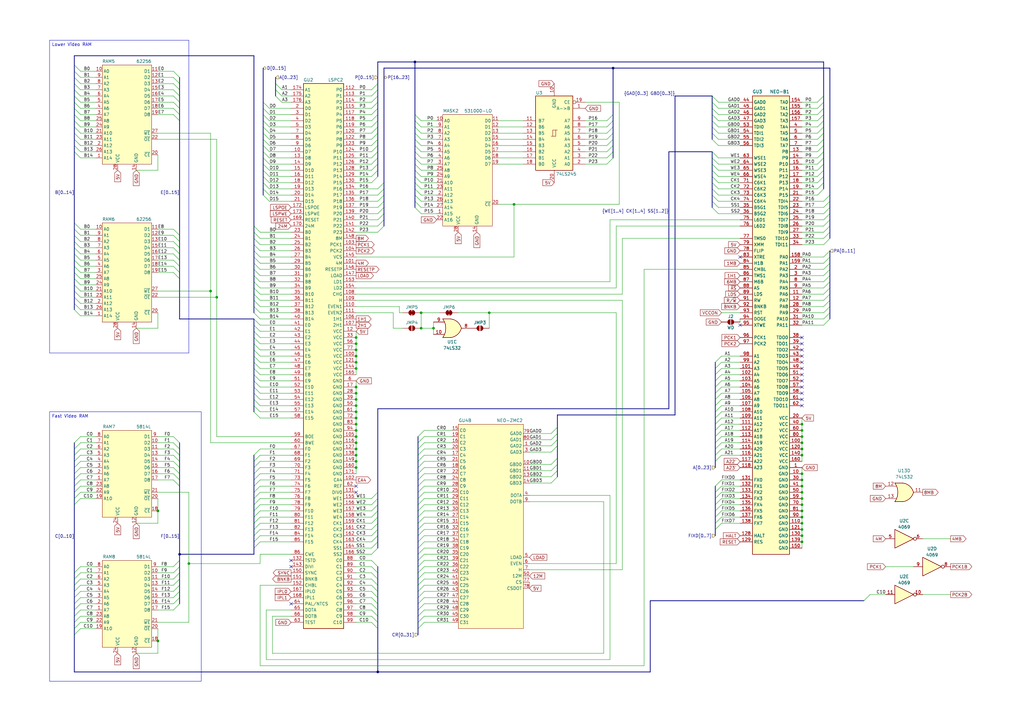
<source format=kicad_sch>
(kicad_sch (version 20250114) (generator "eeschema") (generator_version "9.0")
  (paper "A3")
  (title_block (title "NEO-MVH MV1FZS") (date "2025-10-13") (comment 1 "Not official schematic from SNK") (comment 2 "Use at your own discretion"))
  (text_box "Fast Video RAM" (at 20.32 168.91 0) (size 62.23 110.49) (margins 0.9525 0.9525 0.9525 0.9525) (effects (font (size 1.27 1.27)) (justify left top)))
  (text_box "Lower Video RAM" (at 20.32 16.51 0) (size 57.15 128.27) (margins 0.9525 0.9525 0.9525 0.9525) (effects (font (size 1.27 1.27)) (justify left top)))
  (junction (at 73.66 227.33))
  (junction (at 200.66 128.27))
  (junction (at 210.82 83.82))
  (junction (at 172.72 128.27))
  (junction (at 86.36 119.38))
  (junction (at 77.47 231.14))
  (junction (at 146.05 189.23))
  (junction (at 328.93 212.09))
  (junction (at 177.8 134.62))
  (junction (at 146.05 173.99))
  (junction (at 146.05 163.83))
  (junction (at 251.46 27.94))
  (junction (at 146.05 148.59))
  (junction (at 146.05 161.29))
  (junction (at 146.05 191.77))
  (junction (at 328.93 173.99))
  (junction (at 170.18 25.4))
  (junction (at 328.93 214.63))
  (junction (at 328.93 184.15))
  (junction (at 146.05 171.45))
  (junction (at 328.93 209.55))
  (junction (at 328.93 196.85))
  (junction (at 328.93 217.17))
  (junction (at 146.05 143.51))
  (junction (at 328.93 207.01))
  (junction (at 328.93 199.39))
  (junction (at 328.93 222.25))
  (junction (at 146.05 179.07))
  (junction (at 328.93 179.07))
  (junction (at 172.72 134.62))
  (junction (at 146.05 151.13))
  (junction (at 146.05 176.53))
  (junction (at 146.05 168.91))
  (junction (at 328.93 181.61))
  (junction (at 146.05 138.43))
  (junction (at 146.05 181.61))
  (junction (at 328.93 194.31))
  (junction (at 328.93 219.71))
  (junction (at 146.05 186.69))
  (junction (at 328.93 176.53))
  (junction (at 154.94 275.59))
  (junction (at 64.77 209.55))
  (junction (at 88.9 121.92))
  (junction (at 146.05 158.75))
  (junction (at 146.05 166.37))
  (junction (at 146.05 146.05))
  (junction (at 328.93 204.47))
  (junction (at 328.93 186.69))
  (junction (at 146.05 184.15))
  (junction (at 146.05 140.97))
  (junction (at 328.93 201.93))
  (junction (at 64.77 262.89))
  (no_connect (at 328.93 146.05))
  (no_connect (at 303.53 133.35))
  (no_connect (at 328.93 161.29))
  (no_connect (at 328.93 153.67))
  (no_connect (at 328.93 163.83))
  (no_connect (at 119.38 229.87))
  (no_connect (at 119.38 232.41))
  (no_connect (at 119.38 247.65))
  (no_connect (at 146.05 199.39))
  (no_connect (at 328.93 143.51))
  (no_connect (at 146.05 201.93))
  (no_connect (at 328.93 166.37))
  (no_connect (at 328.93 158.75))
  (no_connect (at 328.93 156.21))
  (no_connect (at 328.93 151.13))
  (no_connect (at 328.93 140.97))
  (no_connect (at 303.53 105.41))
  (no_connect (at 328.93 148.59))
  (no_connect (at 328.93 138.43))
  (bus_entry (at 71.12 240.03) (size 2.54 -2.54))
  (bus_entry (at 340.36 87.63) (size -2.54 2.54))
  (bus_entry (at 340.36 115.57) (size -2.54 2.54))
  (bus_entry (at 154.94 240.03) (size -2.54 -2.54))
  (bus_entry (at 30.48 93.98) (size 2.54 2.54))
  (bus_entry (at 30.48 101.6) (size 2.54 2.54))
  (bus_entry (at 154.94 204.47) (size -2.54 2.54))
  (bus_entry (at 30.48 39.37) (size 2.54 2.54))
  (bus_entry (at 30.48 196.85) (size 2.54 -2.54))
  (bus_entry (at 170.18 80.01) (size 2.54 2.54))
  (bus_entry (at 107.95 69.85) (size 2.54 2.54))
  (bus_entry (at 154.94 247.65) (size -2.54 -2.54))
  (bus_entry (at 30.48 189.23) (size 2.54 -2.54))
  (bus_entry (at 73.66 114.3) (size -2.54 -2.54))
  (bus_entry (at 293.37 166.37) (size 2.54 -2.54))
  (bus_entry (at 293.37 148.59) (size 2.54 -2.54))
  (bus_entry (at 104.14 125.73) (size 2.54 2.54))
  (bus_entry (at 337.82 77.47) (size -2.54 2.54))
  (bus_entry (at 293.37 186.69) (size 2.54 -2.54))
  (bus_entry (at 337.82 69.85) (size -2.54 2.54))
  (bus_entry (at 73.66 99.06) (size -2.54 -2.54))
  (bus_entry (at 107.95 67.31) (size 2.54 2.54))
  (bus_entry (at 30.48 34.29) (size 2.54 2.54))
  (bus_entry (at 104.14 161.29) (size 2.54 2.54))
  (bus_entry (at 104.14 107.95) (size 2.54 2.54))
  (bus_entry (at 171.45 209.55) (size 2.54 -2.54))
  (bus_entry (at 71.12 242.57) (size 2.54 -2.54))
  (bus_entry (at 292.1 80.01) (size 2.54 2.54))
  (bus_entry (at 171.45 240.03) (size 2.54 -2.54))
  (bus_entry (at 30.48 260.35) (size 2.54 -2.54))
  (bus_entry (at 104.14 158.75) (size 2.54 2.54))
  (bus_entry (at 107.95 44.45) (size 2.54 2.54))
  (bus_entry (at 73.66 194.31) (size -2.54 -2.54))
  (bus_entry (at 73.66 39.37) (size -2.54 -2.54))
  (bus_entry (at 30.48 104.14) (size 2.54 2.54))
  (bus_entry (at 292.1 74.93) (size 2.54 2.54))
  (bus_entry (at 71.12 247.65) (size 2.54 -2.54))
  (bus_entry (at 171.45 229.87) (size 2.54 -2.54))
  (bus_entry (at 251.46 46.99) (size -2.54 2.54))
  (bus_entry (at 293.37 184.15) (size 2.54 -2.54))
  (bus_entry (at 30.48 255.27) (size 2.54 -2.54))
  (bus_entry (at 293.37 201.93) (size 2.54 -2.54))
  (bus_entry (at 104.14 191.77) (size 2.54 -2.54))
  (bus_entry (at 154.94 46.99) (size -2.54 2.54))
  (bus_entry (at 340.36 125.73) (size -2.54 2.54))
  (bus_entry (at 340.36 110.49) (size -2.54 2.54))
  (bus_entry (at 154.94 59.69) (size -2.54 2.54))
  (bus_entry (at 340.36 85.09) (size -2.54 2.54))
  (bus_entry (at 73.66 104.14) (size -2.54 -2.54))
  (bus_entry (at 170.18 54.61) (size 2.54 2.54))
  (bus_entry (at 30.48 54.61) (size 2.54 2.54))
  (bus_entry (at 171.45 234.95) (size 2.54 -2.54))
  (bus_entry (at 170.18 77.47) (size 2.54 2.54))
  (bus_entry (at 157.48 92.71) (size -2.54 2.54))
  (bus_entry (at 73.66 36.83) (size -2.54 -2.54))
  (bus_entry (at 340.36 113.03) (size -2.54 2.54))
  (bus_entry (at 171.45 181.61) (size 2.54 -2.54))
  (bus_entry (at 30.48 36.83) (size 2.54 2.54))
  (bus_entry (at 104.14 102.87) (size 2.54 2.54))
  (bus_entry (at 171.45 245.11) (size 2.54 -2.54))
  (bus_entry (at 170.18 46.99) (size 2.54 2.54))
  (bus_entry (at 107.95 54.61) (size 2.54 2.54))
  (bus_entry (at 104.14 163.83) (size 2.54 2.54))
  (bus_entry (at 30.48 186.69) (size 2.54 -2.54))
  (bus_entry (at 171.45 227.33) (size 2.54 -2.54))
  (bus_entry (at 104.14 118.11) (size 2.54 2.54))
  (bus_entry (at 104.14 217.17) (size 2.54 -2.54))
  (bus_entry (at 30.48 41.91) (size 2.54 2.54))
  (bus_entry (at 293.37 217.17) (size 2.54 -2.54))
  (bus_entry (at 30.48 114.3) (size 2.54 2.54))
  (bus_entry (at 73.66 109.22) (size -2.54 -2.54))
  (bus_entry (at 154.94 57.15) (size -2.54 2.54))
  (bus_entry (at 30.48 240.03) (size 2.54 -2.54))
  (bus_entry (at 171.45 204.47) (size 2.54 -2.54))
  (bus_entry (at 104.14 209.55) (size 2.54 -2.54))
  (bus_entry (at 104.14 140.97) (size 2.54 2.54))
  (bus_entry (at 228.6 193.04) (size -2.54 2.54))
  (bus_entry (at 171.45 224.79) (size 2.54 -2.54))
  (bus_entry (at 292.1 67.31) (size 2.54 2.54))
  (bus_entry (at 154.94 224.79) (size -2.54 2.54))
  (bus_entry (at 73.66 111.76) (size -2.54 -2.54))
  (bus_entry (at 293.37 209.55) (size 2.54 -2.54))
  (bus_entry (at 104.14 128.27) (size 2.54 2.54))
  (bus_entry (at 251.46 57.15) (size -2.54 2.54))
  (bus_entry (at 104.14 123.19) (size 2.54 2.54))
  (bus_entry (at 73.66 101.6) (size -2.54 -2.54))
  (bus_entry (at 154.94 255.27) (size -2.54 -2.54))
  (bus_entry (at 30.48 121.92) (size 2.54 2.54))
  (bus_entry (at 292.1 57.15) (size 2.54 2.54))
  (bus_entry (at 104.14 95.25) (size 2.54 2.54))
  (bus_entry (at 292.1 64.77) (size 2.54 2.54))
  (bus_entry (at 170.18 57.15) (size 2.54 2.54))
  (bus_entry (at 30.48 250.19) (size 2.54 -2.54))
  (bus_entry (at 157.48 82.55) (size -2.54 2.54))
  (bus_entry (at 107.95 74.93) (size 2.54 2.54))
  (bus_entry (at 104.14 113.03) (size 2.54 2.54))
  (bus_entry (at 104.14 219.71) (size 2.54 -2.54))
  (bus_entry (at 293.37 163.83) (size 2.54 -2.54))
  (bus_entry (at 228.6 182.88) (size -2.54 2.54))
  (bus_entry (at 154.94 222.25) (size -2.54 2.54))
  (bus_entry (at 154.94 207.01) (size -2.54 2.54))
  (bus_entry (at 293.37 171.45) (size 2.54 -2.54))
  (bus_entry (at 73.66 44.45) (size -2.54 -2.54))
  (bus_entry (at 104.14 214.63) (size 2.54 -2.54))
  (bus_entry (at 337.82 49.53) (size -2.54 2.54))
  (bus_entry (at 30.48 116.84) (size 2.54 2.54))
  (bus_entry (at 337.82 57.15) (size -2.54 2.54))
  (bus_entry (at 30.48 111.76) (size 2.54 2.54))
  (bus_entry (at 340.36 118.11) (size -2.54 2.54))
  (bus_entry (at 293.37 214.63) (size 2.54 -2.54))
  (bus_entry (at 104.14 212.09) (size 2.54 -2.54))
  (bus_entry (at 154.94 39.37) (size -2.54 2.54))
  (bus_entry (at 30.48 26.67) (size 2.54 2.54))
  (bus_entry (at 107.95 41.91) (size 2.54 2.54))
  (bus_entry (at 30.48 29.21) (size 2.54 2.54))
  (bus_entry (at 157.48 80.01) (size -2.54 2.54))
  (bus_entry (at 73.66 191.77) (size -2.54 -2.54))
  (bus_entry (at 30.48 91.44) (size 2.54 2.54))
  (bus_entry (at 292.1 39.37) (size 2.54 2.54))
  (bus_entry (at 171.45 186.69) (size 2.54 -2.54))
  (bus_entry (at 107.95 80.01) (size 2.54 2.54))
  (bus_entry (at 107.95 49.53) (size 2.54 2.54))
  (bus_entry (at 228.6 180.34) (size -2.54 2.54))
  (bus_entry (at 292.1 44.45) (size 2.54 2.54))
  (bus_entry (at 30.48 57.15) (size 2.54 2.54))
  (bus_entry (at 340.36 130.81) (size -2.54 2.54))
  (bus_entry (at 104.14 97.79) (size 2.54 2.54))
  (bus_entry (at 30.48 237.49) (size 2.54 -2.54))
  (bus_entry (at 73.66 186.69) (size -2.54 -2.54))
  (bus_entry (at 171.45 196.85) (size 2.54 -2.54))
  (bus_entry (at 30.48 247.65) (size 2.54 -2.54))
  (bus_entry (at 157.48 85.09) (size -2.54 2.54))
  (bus_entry (at 104.14 189.23) (size 2.54 -2.54))
  (bus_entry (at 171.45 194.31) (size 2.54 -2.54))
  (bus_entry (at 171.45 217.17) (size 2.54 -2.54))
  (bus_entry (at 337.82 74.93) (size -2.54 2.54))
  (bus_entry (at 73.66 189.23) (size -2.54 -2.54))
  (bus_entry (at 171.45 207.01) (size 2.54 -2.54))
  (bus_entry (at 154.94 41.91) (size -2.54 2.54))
  (bus_entry (at 293.37 151.13) (size 2.54 -2.54))
  (bus_entry (at 104.14 120.65) (size 2.54 2.54))
  (bus_entry (at 107.95 77.47) (size 2.54 2.54))
  (bus_entry (at 154.94 201.93) (size -2.54 2.54))
  (bus_entry (at 251.46 54.61) (size -2.54 2.54))
  (bus_entry (at 154.94 209.55) (size -2.54 2.54))
  (bus_entry (at 30.48 191.77) (size 2.54 -2.54))
  (bus_entry (at 340.36 120.65) (size -2.54 2.54))
  (bus_entry (at 30.48 181.61) (size 2.54 -2.54))
  (bus_entry (at 170.18 82.55) (size 2.54 2.54))
  (bus_entry (at 73.66 49.53) (size -2.54 -2.54))
  (bus_entry (at 340.36 102.87) (size -2.54 2.54))
  (bus_entry (at 171.45 247.65) (size 2.54 -2.54))
  (bus_entry (at 292.1 41.91) (size 2.54 2.54))
  (bus_entry (at 171.45 219.71) (size 2.54 -2.54))
  (bus_entry (at 171.45 257.81) (size 2.54 -2.54))
  (bus_entry (at 104.14 100.33) (size 2.54 2.54))
  (bus_entry (at 171.45 237.49) (size 2.54 -2.54))
  (bus_entry (at 30.48 49.53) (size 2.54 2.54))
  (bus_entry (at 293.37 181.61) (size 2.54 -2.54))
  (bus_entry (at 104.14 222.25) (size 2.54 -2.54))
  (bus_entry (at 30.48 59.69) (size 2.54 2.54))
  (bus_entry (at 107.95 72.39) (size 2.54 2.54))
  (bus_entry (at 293.37 156.21) (size 2.54 -2.54))
  (bus_entry (at 107.95 52.07) (size 2.54 2.54))
  (bus_entry (at 154.94 232.41) (size -2.54 -2.54))
  (bus_entry (at 293.37 176.53) (size 2.54 -2.54))
  (bus_entry (at 337.82 39.37) (size -2.54 2.54))
  (bus_entry (at 292.1 52.07) (size 2.54 2.54))
  (bus_entry (at 154.94 214.63) (size -2.54 2.54))
  (bus_entry (at 292.1 72.39) (size 2.54 2.54))
  (bus_entry (at 292.1 54.61) (size 2.54 2.54))
  (bus_entry (at 104.14 153.67) (size 2.54 2.54))
  (bus_entry (at 30.48 106.68) (size 2.54 2.54))
  (bus_entry (at 251.46 62.23) (size -2.54 2.54))
  (bus_entry (at 171.45 252.73) (size 2.54 -2.54))
  (bus_entry (at 154.94 234.95) (size -2.54 -2.54))
  (bus_entry (at 113.03 36.83) (size 2.54 2.54))
  (bus_entry (at 170.18 52.07) (size 2.54 2.54))
  (bus_entry (at 292.1 82.55) (size 2.54 2.54))
  (bus_entry (at 30.48 99.06) (size 2.54 2.54))
  (bus_entry (at 171.45 212.09) (size 2.54 -2.54))
  (bus_entry (at 354.33 246.38) (size 2.54 -2.54))
  (bus_entry (at 30.48 201.93) (size 2.54 -2.54))
  (bus_entry (at 73.66 184.15) (size -2.54 -2.54))
  (bus_entry (at 154.94 250.19) (size -2.54 -2.54))
  (bus_entry (at 30.48 46.99) (size 2.54 2.54))
  (bus_entry (at 30.48 257.81) (size 2.54 -2.54))
  (bus_entry (at 337.82 44.45) (size -2.54 2.54))
  (bus_entry (at 337.82 54.61) (size -2.54 2.54))
  (bus_entry (at 337.82 62.23) (size -2.54 2.54))
  (bus_entry (at 170.18 67.31) (size 2.54 2.54))
  (bus_entry (at 170.18 69.85) (size 2.54 2.54))
  (bus_entry (at 171.45 255.27) (size 2.54 -2.54))
  (bus_entry (at 337.82 72.39) (size -2.54 2.54))
  (bus_entry (at 104.14 115.57) (size 2.54 2.54))
  (bus_entry (at 154.94 36.83) (size -2.54 2.54))
  (bus_entry (at 30.48 44.45) (size 2.54 2.54))
  (bus_entry (at 170.18 64.77) (size 2.54 2.54))
  (bus_entry (at 292.1 77.47) (size 2.54 2.54))
  (bus_entry (at 171.45 201.93) (size 2.54 -2.54))
  (bus_entry (at 104.14 133.35) (size 2.54 2.54))
  (bus_entry (at 104.14 156.21) (size 2.54 2.54))
  (bus_entry (at 104.14 130.81) (size 2.54 2.54))
  (bus_entry (at 293.37 161.29) (size 2.54 -2.54))
  (bus_entry (at 171.45 242.57) (size 2.54 -2.54))
  (bus_entry (at 30.48 119.38) (size 2.54 2.54))
  (bus_entry (at 154.94 44.45) (size -2.54 2.54))
  (bus_entry (at 293.37 158.75) (size 2.54 -2.54))
  (bus_entry (at 104.14 168.91) (size 2.54 2.54))
  (bus_entry (at 340.36 82.55) (size -2.54 2.54))
  (bus_entry (at 340.36 80.01) (size -2.54 2.54))
  (bus_entry (at 30.48 124.46) (size 2.54 2.54))
  (bus_entry (at 104.14 138.43) (size 2.54 2.54))
  (bus_entry (at 71.12 250.19) (size 2.54 -2.54))
  (bus_entry (at 293.37 204.47) (size 2.54 -2.54))
  (bus_entry (at 171.45 179.07) (size 2.54 -2.54))
  (bus_entry (at 171.45 222.25) (size 2.54 -2.54))
  (bus_entry (at 104.14 186.69) (size 2.54 -2.54))
  (bus_entry (at 104.14 224.79) (size 2.54 -2.54))
  (bus_entry (at 30.48 184.15) (size 2.54 -2.54))
  (bus_entry (at 104.14 194.31) (size 2.54 -2.54))
  (bus_entry (at 171.45 191.77) (size 2.54 -2.54))
  (bus_entry (at 154.94 217.17) (size -2.54 2.54))
  (bus_entry (at 170.18 62.23) (size 2.54 2.54))
  (bus_entry (at 154.94 257.81) (size -2.54 -2.54))
  (bus_entry (at 293.37 212.09) (size 2.54 -2.54))
  (bus_entry (at 104.14 201.93) (size 2.54 -2.54))
  (bus_entry (at 30.48 207.01) (size 2.54 -2.54))
  (bus_entry (at 293.37 173.99) (size 2.54 -2.54))
  (bus_entry (at 170.18 74.93) (size 2.54 2.54))
  (bus_entry (at 251.46 52.07) (size -2.54 2.54))
  (bus_entry (at 292.1 85.09) (size 2.54 2.54))
  (bus_entry (at 73.66 106.68) (size -2.54 -2.54))
  (bus_entry (at 30.48 52.07) (size 2.54 2.54))
  (bus_entry (at 73.66 46.99) (size -2.54 -2.54))
  (bus_entry (at 340.36 95.25) (size -2.54 2.54))
  (bus_entry (at 107.95 62.23) (size 2.54 2.54))
  (bus_entry (at 340.36 128.27) (size -2.54 2.54))
  (bus_entry (at 340.36 97.79) (size -2.54 2.54))
  (bus_entry (at 107.95 46.99) (size 2.54 2.54))
  (bus_entry (at 228.6 177.8) (size -2.54 2.54))
  (bus_entry (at 340.36 123.19) (size -2.54 2.54))
  (bus_entry (at 73.66 96.52) (size -2.54 -2.54))
  (bus_entry (at 292.1 46.99) (size 2.54 2.54))
  (bus_entry (at 157.48 74.93) (size -2.54 2.54))
  (bus_entry (at 30.48 31.75) (size 2.54 2.54))
  (bus_entry (at 104.14 135.89) (size 2.54 2.54))
  (bus_entry (at 154.94 34.29) (size -2.54 2.54))
  (bus_entry (at 154.94 212.09) (size -2.54 2.54))
  (bus_entry (at 170.18 49.53) (size 2.54 2.54))
  (bus_entry (at 30.48 62.23) (size 2.54 2.54))
  (bus_entry (at 337.82 41.91) (size -2.54 2.54))
  (bus_entry (at 154.94 245.11) (size -2.54 -2.54))
  (bus_entry (at 71.12 232.41) (size 2.54 -2.54))
  (bus_entry (at 337.82 67.31) (size -2.54 2.54))
  (bus_entry (at 228.6 187.96) (size -2.54 2.54))
  (bus_entry (at 154.94 62.23) (size -2.54 2.54))
  (bus_entry (at 228.6 175.26) (size -2.54 2.54))
  (bus_entry (at 251.46 64.77) (size -2.54 2.54))
  (bus_entry (at 104.14 204.47) (size 2.54 -2.54))
  (bus_entry (at 154.94 49.53) (size -2.54 2.54))
  (bus_entry (at 104.14 92.71) (size 2.54 2.54))
  (bus_entry (at 30.48 242.57) (size 2.54 -2.54))
  (bus_entry (at 157.48 87.63) (size -2.54 2.54))
  (bus_entry (at 30.48 127) (size 2.54 2.54))
  (bus_entry (at 293.37 189.23) (size 2.54 -2.54))
  (bus_entry (at 104.14 151.13) (size 2.54 2.54))
  (bus_entry (at 340.36 92.71) (size -2.54 2.54))
  (bus_entry (at 73.66 31.75) (size -2.54 -2.54))
  (bus_entry (at 293.37 179.07) (size 2.54 -2.54))
  (bus_entry (at 73.66 41.91) (size -2.54 -2.54))
  (bus_entry (at 337.82 64.77) (size -2.54 2.54))
  (bus_entry (at 340.36 90.17) (size -2.54 2.54))
  (bus_entry (at 71.12 234.95) (size 2.54 -2.54))
  (bus_entry (at 292.1 62.23) (size 2.54 2.54))
  (bus_entry (at 293.37 199.39) (size 2.54 -2.54))
  (bus_entry (at 107.95 64.77) (size 2.54 2.54))
  (bus_entry (at 113.03 34.29) (size 2.54 2.54))
  (bus_entry (at 293.37 207.01) (size 2.54 -2.54))
  (bus_entry (at 30.48 204.47) (size 2.54 -2.54))
  (bus_entry (at 154.94 52.07) (size -2.54 2.54))
  (bus_entry (at 104.14 105.41) (size 2.54 2.54))
  (bus_entry (at 104.14 146.05) (size 2.54 2.54))
  (bus_entry (at 30.48 252.73) (size 2.54 -2.54))
  (bus_entry (at 154.94 54.61) (size -2.54 2.54))
  (bus_entry (at 170.18 59.69) (size 2.54 2.54))
  (bus_entry (at 154.94 64.77) (size -2.54 2.54))
  (bus_entry (at 171.45 189.23) (size 2.54 -2.54))
  (bus_entry (at 337.82 59.69) (size -2.54 2.54))
  (bus_entry (at 154.94 252.73) (size -2.54 -2.54))
  (bus_entry (at 71.12 245.11) (size 2.54 -2.54))
  (bus_entry (at 154.94 242.57) (size -2.54 -2.54))
  (bus_entry (at 293.37 153.67) (size 2.54 -2.54))
  (bus_entry (at 30.48 245.11) (size 2.54 -2.54))
  (bus_entry (at 154.94 67.31) (size -2.54 2.54))
  (bus_entry (at 107.95 57.15) (size 2.54 2.54))
  (bus_entry (at 228.6 190.5) (size -2.54 2.54))
  (bus_entry (at 104.14 166.37) (size 2.54 2.54))
  (bus_entry (at 171.45 214.63) (size 2.54 -2.54))
  (bus_entry (at 340.36 105.41) (size -2.54 2.54))
  (bus_entry (at 30.48 199.39) (size 2.54 -2.54))
  (bus_entry (at 171.45 232.41) (size 2.54 -2.54))
  (bus_entry (at 251.46 49.53) (size -2.54 2.54))
  (bus_entry (at 170.18 85.09) (size 2.54 2.54))
  (bus_entry (at 104.14 148.59) (size 2.54 2.54))
  (bus_entry (at 104.14 199.39) (size 2.54 -2.54))
  (bus_entry (at 292.1 49.53) (size 2.54 2.54))
  (bus_entry (at 171.45 199.39) (size 2.54 -2.54))
  (bus_entry (at 157.48 90.17) (size -2.54 2.54))
  (bus_entry (at 154.94 237.49) (size -2.54 -2.54))
  (bus_entry (at 113.03 39.37) (size 2.54 2.54))
  (bus_entry (at 104.14 110.49) (size 2.54 2.54))
  (bus_entry (at 104.14 143.51) (size 2.54 2.54))
  (bus_entry (at 104.14 196.85) (size 2.54 -2.54))
  (bus_entry (at 73.66 199.39) (size -2.54 -2.54))
  (bus_entry (at 73.66 34.29) (size -2.54 -2.54))
  (bus_entry (at 73.66 181.61) (size -2.54 -2.54))
  (bus_entry (at 154.94 69.85) (size -2.54 2.54))
  (bus_entry (at 171.45 184.15) (size 2.54 -2.54))
  (bus_entry (at 171.45 250.19) (size 2.54 -2.54))
  (bus_entry (at 30.48 234.95) (size 2.54 -2.54))
  (bus_entry (at 71.12 237.49) (size 2.54 -2.54))
  (bus_entry (at 30.48 109.22) (size 2.54 2.54))
  (bus_entry (at 293.37 168.91) (size 2.54 -2.54))
  (bus_entry (at 30.48 194.31) (size 2.54 -2.54))
  (bus_entry (at 251.46 59.69) (size -2.54 2.54))
  (bus_entry (at 228.6 195.58) (size -2.54 2.54))
  (bus_entry (at 157.48 77.47) (size -2.54 2.54))
  (bus_entry (at 73.66 196.85) (size -2.54 -2.54))
  (bus_entry (at 154.94 72.39) (size -2.54 2.54))
  (bus_entry (at 170.18 72.39) (size 2.54 2.54))
  (bus_entry (at 107.95 59.69) (size 2.54 2.54))
  (bus_entry (at 340.36 107.95) (size -2.54 2.54))
  (bus_entry (at 292.1 69.85) (size 2.54 2.54))
  (bus_entry (at 337.82 52.07) (size -2.54 2.54))
  (bus_entry (at 104.14 207.01) (size 2.54 -2.54))
  (bus_entry (at 30.48 96.52) (size 2.54 2.54))
  (bus_entry (at 337.82 46.99) (size -2.54 2.54))
  (bus_entry (at 154.94 219.71) (size -2.54 2.54))
  (bus (pts (xy 104.14 196.85) (xy 104.14 199.39)))
  (bus (pts (xy 340.36 118.11) (xy 340.36 120.65)))
  (bus (pts (xy 30.48 247.65) (xy 30.48 250.19)))
  (wire (pts (xy 179.07 69.85) (xy 172.72 69.85)))
  (wire (pts (xy 106.68 207.01) (xy 119.38 207.01)))
  (bus (pts (xy 30.48 124.46) (xy 30.48 127)))
  (bus (pts (xy 104.14 214.63) (xy 104.14 217.17)))
  (bus (pts (xy 154.94 232.41) (xy 154.94 234.95)))
  (wire (pts (xy 328.93 59.69) (xy 335.28 59.69)))
  (bus (pts (xy 171.45 207.01) (xy 171.45 204.47)))
  (wire (pts (xy 146.05 80.01) (xy 154.94 80.01)))
  (wire (pts (xy 33.02 59.69) (xy 39.37 59.69)))
  (bus (pts (xy 73.66 49.53) (xy 73.66 96.52)))
  (wire (pts (xy 328.93 113.03) (xy 337.82 113.03)))
  (wire (pts (xy 106.68 146.05) (xy 119.38 146.05)))
  (wire (pts (xy 86.36 54.61) (xy 64.77 54.61)))
  (wire (pts (xy 328.93 97.79) (xy 337.82 97.79)))
  (wire (pts (xy 71.12 237.49) (xy 64.77 237.49)))
  (wire (pts (xy 328.93 186.69) (xy 328.93 189.23)))
  (bus (pts (xy 293.37 173.99) (xy 293.37 171.45)))
  (wire (pts (xy 106.68 231.14) (xy 77.47 231.14)))
  (wire (pts (xy 217.17 180.34) (xy 226.06 180.34)))
  (bus (pts (xy 154.94 52.07) (xy 154.94 49.53)))
  (bus (pts (xy 292.1 82.55) (xy 292.1 85.09)))
  (wire (pts (xy 303.53 59.69) (xy 294.64 59.69)))
  (bus (pts (xy 157.48 74.93) (xy 157.48 77.47)))
  (wire (pts (xy 295.91 209.55) (xy 303.53 209.55)))
  (bus (pts (xy 337.82 41.91) (xy 337.82 39.37)))
  (wire (pts (xy 33.02 52.07) (xy 39.37 52.07)))
  (wire (pts (xy 328.93 199.39) (xy 328.93 201.93)))
  (wire (pts (xy 328.93 196.85) (xy 328.93 199.39)))
  (bus (pts (xy 228.6 177.8) (xy 228.6 180.34)))
  (bus (pts (xy 107.95 46.99) (xy 107.95 44.45)))
  (wire (pts (xy 110.49 59.69) (xy 119.38 59.69)))
  (wire (pts (xy 328.93 74.93) (xy 335.28 74.93)))
  (wire (pts (xy 328.93 72.39) (xy 335.28 72.39)))
  (wire (pts (xy 111.76 267.97) (xy 247.65 267.97)))
  (wire (pts (xy 33.02 96.52) (xy 39.37 96.52)))
  (bus (pts (xy 251.46 46.99) (xy 251.46 49.53)))
  (bus (pts (xy 73.66 191.77) (xy 73.66 194.31)))
  (bus (pts (xy 157.48 85.09) (xy 157.48 82.55)))
  (wire (pts (xy 39.37 245.11) (xy 33.02 245.11)))
  (bus (pts (xy 73.66 194.31) (xy 73.66 196.85)))
  (bus (pts (xy 73.66 184.15) (xy 73.66 186.69)))
  (wire (pts (xy 64.77 257.81) (xy 64.77 262.89)))
  (bus (pts (xy 171.45 245.11) (xy 171.45 242.57)))
  (wire (pts (xy 328.93 82.55) (xy 337.82 82.55)))
  (bus (pts (xy 104.14 135.89) (xy 104.14 138.43)))
  (bus (pts (xy 30.48 34.29) (xy 30.48 36.83)))
  (bus (pts (xy 104.14 194.31) (xy 104.14 196.85)))
  (bus (pts (xy 104.14 118.11) (xy 104.14 120.65)))
  (bus (pts (xy 104.14 224.79) (xy 104.14 227.33)))
  (wire (pts (xy 110.49 44.45) (xy 119.38 44.45)))
  (wire (pts (xy 39.37 201.93) (xy 33.02 201.93)))
  (wire (pts (xy 146.05 82.55) (xy 154.94 82.55)))
  (bus (pts (xy 107.95 67.31) (xy 107.95 69.85)))
  (wire (pts (xy 146.05 176.53) (xy 146.05 179.07)))
  (wire (pts (xy 71.12 196.85) (xy 64.77 196.85)))
  (bus (pts (xy 293.37 151.13) (xy 293.37 148.59)))
  (bus (pts (xy 73.66 109.22) (xy 73.66 111.76)))
  (bus (pts (xy 107.95 59.69) (xy 107.95 57.15)))
  (bus (pts (xy 107.95 64.77) (xy 107.95 62.23)))
  (wire (pts (xy 328.93 204.47) (xy 328.93 207.01)))
  (wire (pts (xy 217.17 198.12) (xy 226.06 198.12)))
  (wire (pts (xy 39.37 204.47) (xy 33.02 204.47)))
  (wire (pts (xy 161.29 134.62) (xy 165.1 134.62)))
  (bus (pts (xy 154.94 36.83) (xy 154.94 34.29)))
  (bus (pts (xy 340.36 87.63) (xy 340.36 85.09)))
  (wire (pts (xy 328.93 95.25) (xy 337.82 95.25)))
  (bus (pts (xy 171.45 186.69) (xy 171.45 184.15)))
  (wire (pts (xy 328.93 49.53) (xy 335.28 49.53)))
  (wire (pts (xy 106.68 138.43) (xy 119.38 138.43)))
  (wire (pts (xy 106.68 95.25) (xy 119.38 95.25)))
  (bus (pts (xy 293.37 217.17) (xy 293.37 219.71)))
  (wire (pts (xy 106.68 199.39) (xy 119.38 199.39)))
  (wire (pts (xy 173.99 181.61) (xy 185.42 181.61)))
  (wire (pts (xy 39.37 194.31) (xy 33.02 194.31)))
  (wire (pts (xy 55.88 134.62) (xy 64.77 134.62)))
  (bus (pts (xy 30.48 234.95) (xy 30.48 237.49)))
  (wire (pts (xy 173.99 186.69) (xy 185.42 186.69)))
  (bus (pts (xy 292.1 39.37) (xy 292.1 41.91)))
  (bus (pts (xy 251.46 52.07) (xy 251.46 49.53)))
  (wire (pts (xy 146.05 148.59) (xy 146.05 151.13)))
  (wire (pts (xy 55.88 214.63) (xy 64.77 214.63)))
  (wire (pts (xy 204.47 57.15) (xy 214.63 57.15)))
  (bus (pts (xy 154.94 250.19) (xy 154.94 252.73)))
  (wire (pts (xy 146.05 85.09) (xy 154.94 85.09)))
  (wire (pts (xy 110.49 64.77) (xy 119.38 64.77)))
  (wire (pts (xy 328.93 207.01) (xy 328.93 209.55)))
  (wire (pts (xy 328.93 62.23) (xy 335.28 62.23)))
  (bus (pts (xy 337.82 72.39) (xy 337.82 69.85)))
  (wire (pts (xy 146.05 250.19) (xy 152.4 250.19)))
  (wire (pts (xy 33.02 93.98) (xy 39.37 93.98)))
  (bus (pts (xy 171.45 196.85) (xy 171.45 194.31)))
  (wire (pts (xy 204.47 49.53) (xy 214.63 49.53)))
  (wire (pts (xy 264.16 110.49) (xy 303.53 110.49)))
  (bus (pts (xy 73.66 196.85) (xy 73.66 199.39)))
  (wire (pts (xy 71.12 189.23) (xy 64.77 189.23)))
  (wire (pts (xy 328.93 52.07) (xy 335.28 52.07)))
  (wire (pts (xy 64.77 41.91) (xy 71.12 41.91)))
  (wire (pts (xy 295.91 201.93) (xy 303.53 201.93)))
  (bus (pts (xy 340.36 115.57) (xy 340.36 118.11)))
  (bus (pts (xy 170.18 77.47) (xy 170.18 74.93)))
  (wire (pts (xy 328.93 128.27) (xy 337.82 128.27)))
  (wire (pts (xy 173.99 222.25) (xy 185.42 222.25)))
  (wire (pts (xy 240.03 62.23) (xy 248.92 62.23)))
  (wire (pts (xy 146.05 168.91) (xy 146.05 171.45)))
  (wire (pts (xy 328.93 219.71) (xy 328.93 222.25)))
  (wire (pts (xy 146.05 158.75) (xy 146.05 161.29)))
  (wire (pts (xy 146.05 115.57) (xy 250.19 115.57)))
  (wire (pts (xy 33.02 57.15) (xy 39.37 57.15)))
  (wire (pts (xy 179.07 67.31) (xy 172.72 67.31)))
  (bus (pts (xy 154.94 214.63) (xy 154.94 217.17)))
  (wire (pts (xy 64.77 44.45) (xy 71.12 44.45)))
  (wire (pts (xy 328.93 44.45) (xy 335.28 44.45)))
  (wire (pts (xy 146.05 54.61) (xy 152.4 54.61)))
  (bus (pts (xy 292.1 80.01) (xy 292.1 82.55)))
  (bus (pts (xy 154.94 209.55) (xy 154.94 212.09)))
  (wire (pts (xy 33.02 106.68) (xy 39.37 106.68)))
  (bus (pts (xy 170.18 25.4) (xy 337.82 25.4)))
  (bus (pts (xy 104.14 123.19) (xy 104.14 125.73)))
  (bus (pts (xy 228.6 187.96) (xy 228.6 190.5)))
  (bus (pts (xy 293.37 179.07) (xy 293.37 176.53)))
  (bus (pts (xy 293.37 181.61) (xy 293.37 179.07)))
  (bus (pts (xy 157.48 82.55) (xy 157.48 80.01)))
  (wire (pts (xy 146.05 151.13) (xy 146.05 153.67)))
  (wire (pts (xy 146.05 204.47) (xy 152.4 204.47)))
  (wire (pts (xy 119.38 252.73) (xy 111.76 252.73)))
  (bus (pts (xy 340.36 128.27) (xy 340.36 130.81)))
  (wire (pts (xy 146.05 69.85) (xy 152.4 69.85)))
  (bus (pts (xy 73.66 39.37) (xy 73.66 41.91)))
  (wire (pts (xy 111.76 252.73) (xy 111.76 267.97)))
  (wire (pts (xy 255.27 123.19) (xy 146.05 123.19)))
  (bus (pts (xy 154.94 255.27) (xy 154.94 257.81)))
  (bus (pts (xy 104.14 158.75) (xy 104.14 161.29)))
  (wire (pts (xy 71.12 247.65) (xy 64.77 247.65)))
  (wire (pts (xy 146.05 181.61) (xy 146.05 184.15)))
  (wire (pts (xy 106.68 118.11) (xy 119.38 118.11)))
  (wire (pts (xy 64.77 134.62) (xy 64.77 128.27)))
  (bus (pts (xy 337.82 62.23) (xy 337.82 59.69)))
  (bus (pts (xy 30.48 96.52) (xy 30.48 99.06)))
  (bus (pts (xy 340.36 107.95) (xy 340.36 110.49)))
  (wire (pts (xy 217.17 203.2) (xy 250.19 203.2)))
  (bus (pts (xy 73.66 186.69) (xy 73.66 189.23)))
  (wire (pts (xy 328.93 105.41) (xy 337.82 105.41)))
  (wire (pts (xy 328.93 191.77) (xy 328.93 194.31)))
  (wire (pts (xy 328.93 110.49) (xy 337.82 110.49)))
  (wire (pts (xy 71.12 234.95) (xy 64.77 234.95)))
  (bus (pts (xy 171.45 237.49) (xy 171.45 234.95)))
  (bus (pts (xy 171.45 214.63) (xy 171.45 212.09)))
  (bus (pts (xy 154.94 72.39) (xy 154.94 69.85)))
  (wire (pts (xy 303.53 77.47) (xy 294.64 77.47)))
  (bus (pts (xy 170.18 82.55) (xy 170.18 80.01)))
  (bus (pts (xy 292.1 67.31) (xy 292.1 69.85)))
  (wire (pts (xy 71.12 181.61) (xy 64.77 181.61)))
  (bus (pts (xy 30.48 194.31) (xy 30.48 196.85)))
  (wire (pts (xy 328.93 222.25) (xy 328.93 224.79)))
  (bus (pts (xy 340.36 82.55) (xy 340.36 80.01)))
  (bus (pts (xy 104.14 22.86) (xy 104.14 92.71)))
  (bus (pts (xy 154.94 25.4) (xy 154.94 34.29)))
  (bus (pts (xy 73.66 114.3) (xy 73.66 130.81)))
  (bus (pts (xy 73.66 34.29) (xy 73.66 36.83)))
  (wire (pts (xy 328.93 209.55) (xy 328.93 212.09)))
  (bus (pts (xy 293.37 207.01) (xy 293.37 204.47)))
  (bus (pts (xy 340.36 27.94) (xy 340.36 80.01)))
  (bus (pts (xy 104.14 105.41) (xy 104.14 107.95)))
  (wire (pts (xy 146.05 161.29) (xy 146.05 163.83)))
  (bus (pts (xy 171.45 209.55) (xy 171.45 207.01)))
  (wire (pts (xy 295.91 184.15) (xy 303.53 184.15)))
  (wire (pts (xy 33.02 41.91) (xy 39.37 41.91)))
  (wire (pts (xy 64.77 69.85) (xy 64.77 63.5)))
  (bus (pts (xy 293.37 166.37) (xy 293.37 163.83)))
  (bus (pts (xy 30.48 26.67) (xy 30.48 29.21)))
  (wire (pts (xy 295.91 181.61) (xy 303.53 181.61)))
  (bus (pts (xy 170.18 74.93) (xy 170.18 72.39)))
  (bus (pts (xy 340.36 120.65) (xy 340.36 123.19)))
  (wire (pts (xy 146.05 245.11) (xy 152.4 245.11)))
  (wire (pts (xy 252.73 231.14) (xy 252.73 128.27)))
  (wire (pts (xy 110.49 80.01) (xy 119.38 80.01)))
  (wire (pts (xy 173.99 219.71) (xy 185.42 219.71)))
  (wire (pts (xy 71.12 184.15) (xy 64.77 184.15)))
  (wire (pts (xy 106.68 161.29) (xy 119.38 161.29)))
  (wire (pts (xy 106.68 219.71) (xy 119.38 219.71)))
  (wire (pts (xy 328.93 92.71) (xy 337.82 92.71)))
  (bus (pts (xy 154.94 167.64) (xy 154.94 201.93)))
  (wire (pts (xy 39.37 240.03) (xy 33.02 240.03)))
  (wire (pts (xy 39.37 189.23) (xy 33.02 189.23)))
  (wire (pts (xy 163.83 128.27) (xy 165.1 128.27)))
  (bus (pts (xy 171.45 212.09) (xy 171.45 209.55)))
  (bus (pts (xy 337.82 57.15) (xy 337.82 54.61)))
  (wire (pts (xy 39.37 247.65) (xy 33.02 247.65)))
  (bus (pts (xy 73.66 46.99) (xy 73.66 49.53)))
  (wire (pts (xy 64.77 99.06) (xy 71.12 99.06)))
  (bus (pts (xy 228.6 175.26) (xy 228.6 177.8)))
  (wire (pts (xy 119.38 36.83) (xy 115.57 36.83)))
  (wire (pts (xy 33.02 34.29) (xy 39.37 34.29)))
  (wire (pts (xy 64.77 29.21) (xy 71.12 29.21)))
  (bus (pts (xy 340.36 105.41) (xy 340.36 107.95)))
  (wire (pts (xy 328.93 125.73) (xy 337.82 125.73)))
  (wire (pts (xy 110.49 67.31) (xy 119.38 67.31)))
  (wire (pts (xy 146.05 90.17) (xy 154.94 90.17)))
  (bus (pts (xy 154.94 69.85) (xy 154.94 67.31)))
  (wire (pts (xy 240.03 64.77) (xy 248.92 64.77)))
  (wire (pts (xy 210.82 105.41) (xy 210.82 83.82)))
  (wire (pts (xy 179.07 57.15) (xy 172.72 57.15)))
  (wire (pts (xy 328.93 176.53) (xy 328.93 179.07)))
  (wire (pts (xy 146.05 171.45) (xy 146.05 173.99)))
  (bus (pts (xy 107.95 69.85) (xy 107.95 72.39)))
  (bus (pts (xy 73.66 41.91) (xy 73.66 44.45)))
  (wire (pts (xy 250.19 90.17) (xy 303.53 90.17)))
  (wire (pts (xy 33.02 49.53) (xy 39.37 49.53)))
  (wire (pts (xy 146.05 128.27) (xy 161.29 128.27)))
  (wire (pts (xy 217.17 195.58) (xy 226.06 195.58)))
  (wire (pts (xy 173.99 227.33) (xy 185.42 227.33)))
  (wire (pts (xy 295.91 168.91) (xy 303.53 168.91)))
  (bus (pts (xy 73.66 240.03) (xy 73.66 242.57)))
  (wire (pts (xy 106.68 163.83) (xy 119.38 163.83)))
  (bus (pts (xy 154.94 46.99) (xy 154.94 44.45)))
  (bus (pts (xy 293.37 163.83) (xy 293.37 161.29)))
  (wire (pts (xy 303.53 69.85) (xy 294.64 69.85)))
  (wire (pts (xy 173.99 234.95) (xy 185.42 234.95)))
  (bus (pts (xy 30.48 39.37) (xy 30.48 41.91)))
  (wire (pts (xy 328.93 171.45) (xy 328.93 173.99)))
  (bus (pts (xy 154.94 167.64) (xy 274.32 167.64)))
  (wire (pts (xy 303.53 74.93) (xy 294.64 74.93)))
  (wire (pts (xy 295.91 163.83) (xy 303.53 163.83)))
  (wire (pts (xy 106.68 148.59) (xy 119.38 148.59)))
  (bus (pts (xy 292.1 54.61) (xy 292.1 57.15)))
  (wire (pts (xy 77.47 231.14) (xy 77.47 255.27)))
  (bus (pts (xy 154.94 204.47) (xy 154.94 207.01)))
  (wire (pts (xy 250.19 115.57) (xy 250.19 90.17)))
  (bus (pts (xy 251.46 27.94) (xy 340.36 27.94)))
  (wire (pts (xy 33.02 116.84) (xy 39.37 116.84)))
  (wire (pts (xy 88.9 121.92) (xy 88.9 57.15)))
  (wire (pts (xy 363.22 232.41) (xy 374.65 232.41)))
  (bus (pts (xy 154.94 245.11) (xy 154.94 247.65)))
  (bus (pts (xy 251.46 57.15) (xy 251.46 54.61)))
  (bus (pts (xy 340.36 90.17) (xy 340.36 87.63)))
  (bus (pts (xy 30.48 109.22) (xy 30.48 111.76)))
  (wire (pts (xy 356.87 243.84) (xy 363.22 243.84)))
  (wire (pts (xy 64.77 34.29) (xy 71.12 34.29)))
  (wire (pts (xy 146.05 74.93) (xy 152.4 74.93)))
  (bus (pts (xy 104.14 191.77) (xy 104.14 194.31)))
  (bus (pts (xy 30.48 201.93) (xy 30.48 204.47)))
  (bus (pts (xy 274.32 62.23) (xy 292.1 62.23)))
  (wire (pts (xy 146.05 118.11) (xy 252.73 118.11)))
  (bus (pts (xy 104.14 120.65) (xy 104.14 123.19)))
  (bus (pts (xy 337.82 77.47) (xy 337.82 74.93)))
  (wire (pts (xy 328.93 212.09) (xy 328.93 214.63)))
  (wire (pts (xy 39.37 250.19) (xy 33.02 250.19)))
  (wire (pts (xy 173.99 207.01) (xy 185.42 207.01)))
  (wire (pts (xy 33.02 99.06) (xy 39.37 99.06)))
  (bus (pts (xy 157.48 90.17) (xy 157.48 87.63)))
  (bus (pts (xy 170.18 85.09) (xy 170.18 82.55)))
  (bus (pts (xy 292.1 77.47) (xy 292.1 80.01)))
  (wire (pts (xy 110.49 54.61) (xy 119.38 54.61)))
  (wire (pts (xy 106.68 186.69) (xy 119.38 186.69)))
  (wire (pts (xy 39.37 242.57) (xy 33.02 242.57)))
  (wire (pts (xy 328.93 54.61) (xy 335.28 54.61)))
  (wire (pts (xy 39.37 255.27) (xy 33.02 255.27)))
  (wire (pts (xy 179.07 82.55) (xy 172.72 82.55)))
  (wire (pts (xy 146.05 138.43) (xy 146.05 140.97)))
  (wire (pts (xy 179.07 52.07) (xy 172.72 52.07)))
  (wire (pts (xy 173.99 240.03) (xy 185.42 240.03)))
  (bus (pts (xy 73.66 99.06) (xy 73.66 101.6)))
  (wire (pts (xy 33.02 111.76) (xy 39.37 111.76)))
  (bus (pts (xy 107.95 49.53) (xy 107.95 46.99)))
  (wire (pts (xy 217.17 177.8) (xy 226.06 177.8)))
  (wire (pts (xy 303.53 72.39) (xy 294.64 72.39)))
  (wire (pts (xy 303.53 57.15) (xy 294.64 57.15)))
  (wire (pts (xy 146.05 240.03) (xy 152.4 240.03)))
  (wire (pts (xy 328.93 100.33) (xy 337.82 100.33)))
  (bus (pts (xy 157.48 92.71) (xy 157.48 90.17)))
  (bus (pts (xy 170.18 67.31) (xy 170.18 64.77)))
  (wire (pts (xy 303.53 52.07) (xy 294.64 52.07)))
  (wire (pts (xy 303.53 85.09) (xy 294.64 85.09)))
  (wire (pts (xy 39.37 232.41) (xy 33.02 232.41)))
  (bus (pts (xy 292.1 64.77) (xy 292.1 67.31)))
  (bus (pts (xy 154.94 59.69) (xy 154.94 57.15)))
  (bus (pts (xy 292.1 74.93) (xy 292.1 77.47)))
  (wire (pts (xy 106.68 209.55) (xy 119.38 209.55)))
  (wire (pts (xy 106.68 204.47) (xy 119.38 204.47)))
  (wire (pts (xy 33.02 64.77) (xy 39.37 64.77)))
  (bus (pts (xy 293.37 156.21) (xy 293.37 153.67)))
  (bus (pts (xy 30.48 54.61) (xy 30.48 57.15)))
  (bus (pts (xy 104.14 212.09) (xy 104.14 214.63)))
  (bus (pts (xy 30.48 191.77) (xy 30.48 194.31)))
  (wire (pts (xy 88.9 57.15) (xy 64.77 57.15)))
  (wire (pts (xy 106.68 240.03) (xy 106.68 273.05)))
  (bus (pts (xy 292.1 44.45) (xy 292.1 46.99)))
  (bus (pts (xy 107.95 54.61) (xy 107.95 52.07)))
  (bus (pts (xy 154.94 257.81) (xy 154.94 275.59)))
  (wire (pts (xy 204.47 67.31) (xy 214.63 67.31)))
  (wire (pts (xy 303.53 67.31) (xy 294.64 67.31)))
  (wire (pts (xy 146.05 92.71) (xy 154.94 92.71)))
  (wire (pts (xy 295.91 171.45) (xy 303.53 171.45)))
  (bus (pts (xy 73.66 96.52) (xy 73.66 99.06)))
  (bus (pts (xy 154.94 25.4) (xy 170.18 25.4)))
  (bus (pts (xy 154.94 57.15) (xy 154.94 54.61)))
  (bus (pts (xy 30.48 99.06) (xy 30.48 101.6)))
  (wire (pts (xy 179.07 74.93) (xy 172.72 74.93)))
  (wire (pts (xy 39.37 191.77) (xy 33.02 191.77)))
  (bus (pts (xy 171.45 191.77) (xy 171.45 189.23)))
  (bus (pts (xy 293.37 214.63) (xy 293.37 212.09)))
  (wire (pts (xy 295.91 166.37) (xy 303.53 166.37)))
  (bus (pts (xy 30.48 22.86) (xy 30.48 26.67)))
  (wire (pts (xy 328.93 69.85) (xy 335.28 69.85)))
  (wire (pts (xy 179.07 77.47) (xy 172.72 77.47)))
  (bus (pts (xy 30.48 207.01) (xy 30.48 234.95)))
  (wire (pts (xy 146.05 146.05) (xy 146.05 148.59)))
  (bus (pts (xy 228.6 170.18) (xy 228.6 175.26)))
  (bus (pts (xy 30.48 250.19) (xy 30.48 252.73)))
  (wire (pts (xy 173.99 209.55) (xy 185.42 209.55)))
  (bus (pts (xy 30.48 184.15) (xy 30.48 186.69)))
  (wire (pts (xy 210.82 83.82) (xy 254 83.82)))
  (wire (pts (xy 146.05 222.25) (xy 152.4 222.25)))
  (bus (pts (xy 30.48 101.6) (xy 30.48 104.14)))
  (wire (pts (xy 217.17 185.42) (xy 226.06 185.42)))
  (wire (pts (xy 146.05 140.97) (xy 146.05 143.51)))
  (wire (pts (xy 146.05 173.99) (xy 146.05 176.53)))
  (bus (pts (xy 171.45 227.33) (xy 171.45 224.79)))
  (bus (pts (xy 104.14 204.47) (xy 104.14 207.01)))
  (bus (pts (xy 30.48 116.84) (xy 30.48 119.38)))
  (wire (pts (xy 39.37 184.15) (xy 33.02 184.15)))
  (bus (pts (xy 292.1 52.07) (xy 292.1 54.61)))
  (bus (pts (xy 157.48 27.94) (xy 251.46 27.94)))
  (wire (pts (xy 106.68 133.35) (xy 119.38 133.35)))
  (bus (pts (xy 170.18 52.07) (xy 170.18 49.53)))
  (bus (pts (xy 30.48 93.98) (xy 30.48 96.52)))
  (wire (pts (xy 240.03 49.53) (xy 248.92 49.53)))
  (wire (pts (xy 303.53 44.45) (xy 294.64 44.45)))
  (wire (pts (xy 173.99 229.87) (xy 185.42 229.87)))
  (wire (pts (xy 240.03 52.07) (xy 248.92 52.07)))
  (wire (pts (xy 33.02 54.61) (xy 39.37 54.61)))
  (wire (pts (xy 33.02 31.75) (xy 39.37 31.75)))
  (bus (pts (xy 104.14 140.97) (xy 104.14 143.51)))
  (wire (pts (xy 33.02 121.92) (xy 39.37 121.92)))
  (bus (pts (xy 104.14 133.35) (xy 104.14 135.89)))
  (bus (pts (xy 30.48 260.35) (xy 30.48 275.59)))
  (wire (pts (xy 106.68 123.19) (xy 119.38 123.19)))
  (bus (pts (xy 73.66 106.68) (xy 73.66 109.22)))
  (bus (pts (xy 337.82 74.93) (xy 337.82 72.39)))
  (wire (pts (xy 173.99 184.15) (xy 185.42 184.15)))
  (bus (pts (xy 104.14 100.33) (xy 104.14 102.87)))
  (bus (pts (xy 104.14 110.49) (xy 104.14 113.03)))
  (wire (pts (xy 295.91 196.85) (xy 303.53 196.85)))
  (wire (pts (xy 173.99 255.27) (xy 185.42 255.27)))
  (wire (pts (xy 146.05 227.33) (xy 152.4 227.33)))
  (wire (pts (xy 173.99 204.47) (xy 185.42 204.47)))
  (bus (pts (xy 171.45 234.95) (xy 171.45 232.41)))
  (wire (pts (xy 110.49 52.07) (xy 119.38 52.07)))
  (wire (pts (xy 295.91 161.29) (xy 303.53 161.29)))
  (wire (pts (xy 328.93 194.31) (xy 328.93 196.85)))
  (bus (pts (xy 266.7 275.59) (xy 266.7 246.38)))
  (wire (pts (xy 106.68 115.57) (xy 119.38 115.57)))
  (bus (pts (xy 171.45 201.93) (xy 171.45 199.39)))
  (wire (pts (xy 295.91 214.63) (xy 303.53 214.63)))
  (wire (pts (xy 255.27 120.65) (xy 146.05 120.65)))
  (bus (pts (xy 154.94 64.77) (xy 154.94 62.23)))
  (wire (pts (xy 106.68 189.23) (xy 119.38 189.23)))
  (wire (pts (xy 240.03 67.31) (xy 248.92 67.31)))
  (bus (pts (xy 293.37 186.69) (xy 293.37 184.15)))
  (bus (pts (xy 293.37 201.93) (xy 293.37 199.39)))
  (bus (pts (xy 171.45 252.73) (xy 171.45 250.19)))
  (wire (pts (xy 33.02 46.99) (xy 39.37 46.99)))
  (wire (pts (xy 106.68 217.17) (xy 119.38 217.17)))
  (wire (pts (xy 71.12 232.41) (xy 64.77 232.41)))
  (wire (pts (xy 295.91 207.01) (xy 303.53 207.01)))
  (bus (pts (xy 276.86 170.18) (xy 276.86 39.37)))
  (bus (pts (xy 171.45 217.17) (xy 171.45 214.63)))
  (wire (pts (xy 328.93 201.93) (xy 328.93 204.47)))
  (wire (pts (xy 106.68 194.31) (xy 119.38 194.31)))
  (wire (pts (xy 173.99 199.39) (xy 185.42 199.39)))
  (wire (pts (xy 146.05 62.23) (xy 152.4 62.23)))
  (wire (pts (xy 33.02 114.3) (xy 39.37 114.3)))
  (wire (pts (xy 64.77 46.99) (xy 71.12 46.99)))
  (wire (pts (xy 86.36 119.38) (xy 86.36 181.61)))
  (wire (pts (xy 146.05 207.01) (xy 152.4 207.01)))
  (bus (pts (xy 104.14 146.05) (xy 104.14 148.59)))
  (wire (pts (xy 146.05 166.37) (xy 146.05 168.91)))
  (bus (pts (xy 171.45 181.61) (xy 171.45 179.07)))
  (bus (pts (xy 340.36 113.03) (xy 340.36 115.57)))
  (wire (pts (xy 217.17 233.68) (xy 255.27 233.68)))
  (bus (pts (xy 113.03 39.37) (xy 113.03 36.83)))
  (wire (pts (xy 71.12 194.31) (xy 64.77 194.31)))
  (wire (pts (xy 179.07 87.63) (xy 172.72 87.63)))
  (bus (pts (xy 337.82 64.77) (xy 337.82 62.23)))
  (bus (pts (xy 340.36 95.25) (xy 340.36 92.71)))
  (bus (pts (xy 30.48 57.15) (xy 30.48 59.69)))
  (wire (pts (xy 161.29 128.27) (xy 161.29 134.62)))
  (bus (pts (xy 104.14 130.81) (xy 104.14 133.35)))
  (bus (pts (xy 293.37 176.53) (xy 293.37 173.99)))
  (wire (pts (xy 254 83.82) (xy 254 41.91)))
  (wire (pts (xy 106.68 97.79) (xy 119.38 97.79)))
  (bus (pts (xy 104.14 199.39) (xy 104.14 201.93)))
  (bus (pts (xy 104.14 151.13) (xy 104.14 153.67)))
  (bus (pts (xy 73.66 234.95) (xy 73.66 237.49)))
  (wire (pts (xy 187.96 128.27) (xy 200.66 128.27)))
  (wire (pts (xy 106.68 140.97) (xy 119.38 140.97)))
  (bus (pts (xy 30.48 59.69) (xy 30.48 62.23)))
  (bus (pts (xy 104.14 219.71) (xy 104.14 222.25)))
  (bus (pts (xy 170.18 69.85) (xy 170.18 67.31)))
  (bus (pts (xy 340.36 110.49) (xy 340.36 113.03)))
  (bus (pts (xy 104.14 163.83) (xy 104.14 166.37)))
  (wire (pts (xy 179.07 85.09) (xy 172.72 85.09)))
  (wire (pts (xy 240.03 57.15) (xy 248.92 57.15)))
  (bus (pts (xy 293.37 189.23) (xy 293.37 186.69)))
  (bus (pts (xy 293.37 184.15) (xy 293.37 181.61)))
  (bus (pts (xy 107.95 27.94) (xy 107.95 41.91)))
  (wire (pts (xy 64.77 204.47) (xy 64.77 209.55)))
  (bus (pts (xy 171.45 257.81) (xy 171.45 255.27)))
  (wire (pts (xy 204.47 59.69) (xy 214.63 59.69)))
  (bus (pts (xy 292.1 62.23) (xy 292.1 64.77)))
  (wire (pts (xy 33.02 129.54) (xy 39.37 129.54)))
  (wire (pts (xy 33.02 39.37) (xy 39.37 39.37)))
  (bus (pts (xy 154.94 222.25) (xy 154.94 224.79)))
  (wire (pts (xy 252.73 92.71) (xy 303.53 92.71)))
  (wire (pts (xy 173.99 224.79) (xy 185.42 224.79)))
  (wire (pts (xy 328.93 90.17) (xy 337.82 90.17)))
  (bus (pts (xy 292.1 46.99) (xy 292.1 49.53)))
  (wire (pts (xy 146.05 179.07) (xy 146.05 181.61)))
  (bus (pts (xy 171.45 184.15) (xy 171.45 181.61)))
  (wire (pts (xy 64.77 104.14) (xy 71.12 104.14)))
  (bus (pts (xy 30.48 196.85) (xy 30.48 199.39)))
  (bus (pts (xy 73.66 111.76) (xy 73.66 114.3)))
  (wire (pts (xy 217.17 193.04) (xy 226.06 193.04)))
  (wire (pts (xy 146.05 191.77) (xy 146.05 194.31)))
  (wire (pts (xy 119.38 227.33) (xy 106.68 227.33)))
  (wire (pts (xy 328.93 77.47) (xy 335.28 77.47)))
  (wire (pts (xy 204.47 54.61) (xy 214.63 54.61)))
  (wire (pts (xy 146.05 217.17) (xy 152.4 217.17)))
  (wire (pts (xy 295.91 199.39) (xy 303.53 199.39)))
  (wire (pts (xy 88.9 121.92) (xy 88.9 179.07)))
  (wire (pts (xy 110.49 82.55) (xy 119.38 82.55)))
  (wire (pts (xy 173.99 191.77) (xy 185.42 191.77)))
  (bus (pts (xy 157.48 87.63) (xy 157.48 85.09)))
  (wire (pts (xy 295.91 212.09) (xy 303.53 212.09)))
  (wire (pts (xy 119.38 179.07) (xy 88.9 179.07)))
  (wire (pts (xy 71.12 179.07) (xy 64.77 179.07)))
  (bus (pts (xy 292.1 49.53) (xy 292.1 52.07)))
  (wire (pts (xy 55.88 69.85) (xy 64.77 69.85)))
  (bus (pts (xy 30.48 204.47) (xy 30.48 207.01)))
  (wire (pts (xy 71.12 106.68) (xy 64.77 106.68)))
  (wire (pts (xy 177.8 132.08) (xy 177.8 134.62)))
  (bus (pts (xy 154.94 207.01) (xy 154.94 209.55)))
  (wire (pts (xy 179.07 54.61) (xy 172.72 54.61)))
  (wire (pts (xy 39.37 234.95) (xy 33.02 234.95)))
  (wire (pts (xy 110.49 49.53) (xy 119.38 49.53)))
  (wire (pts (xy 86.36 119.38) (xy 86.36 54.61)))
  (bus (pts (xy 228.6 182.88) (xy 228.6 187.96)))
  (wire (pts (xy 71.12 250.19) (xy 64.77 250.19)))
  (wire (pts (xy 179.07 72.39) (xy 172.72 72.39)))
  (wire (pts (xy 64.77 101.6) (xy 71.12 101.6)))
  (bus (pts (xy 337.82 69.85) (xy 337.82 67.31)))
  (bus (pts (xy 73.66 242.57) (xy 73.66 245.11)))
  (wire (pts (xy 328.93 214.63) (xy 328.93 217.17)))
  (wire (pts (xy 106.68 156.21) (xy 119.38 156.21)))
  (wire (pts (xy 173.99 237.49) (xy 185.42 237.49)))
  (wire (pts (xy 177.8 137.16) (xy 177.8 134.62)))
  (wire (pts (xy 303.53 49.53) (xy 294.64 49.53)))
  (bus (pts (xy 73.66 245.11) (xy 73.66 247.65)))
  (bus (pts (xy 30.48 91.44) (xy 30.48 93.98)))
  (wire (pts (xy 146.05 52.07) (xy 152.4 52.07)))
  (bus (pts (xy 73.66 130.81) (xy 104.14 130.81)))
  (bus (pts (xy 104.14 148.59) (xy 104.14 151.13)))
  (wire (pts (xy 106.68 153.67) (xy 119.38 153.67)))
  (bus (pts (xy 73.66 199.39) (xy 73.66 227.33)))
  (bus (pts (xy 293.37 209.55) (xy 293.37 207.01)))
  (wire (pts (xy 179.07 64.77) (xy 172.72 64.77)))
  (wire (pts (xy 106.68 168.91) (xy 119.38 168.91)))
  (bus (pts (xy 30.48 237.49) (xy 30.48 240.03)))
  (bus (pts (xy 30.48 41.91) (xy 30.48 44.45)))
  (bus (pts (xy 171.45 189.23) (xy 171.45 186.69)))
  (bus (pts (xy 337.82 44.45) (xy 337.82 41.91)))
  (wire (pts (xy 119.38 41.91) (xy 115.57 41.91)))
  (wire (pts (xy 39.37 196.85) (xy 33.02 196.85)))
  (bus (pts (xy 104.14 222.25) (xy 104.14 224.79)))
  (wire (pts (xy 146.05 77.47) (xy 154.94 77.47)))
  (bus (pts (xy 104.14 115.57) (xy 104.14 118.11)))
  (bus (pts (xy 107.95 77.47) (xy 107.95 80.01)))
  (wire (pts (xy 106.68 214.63) (xy 119.38 214.63)))
  (bus (pts (xy 337.82 54.61) (xy 337.82 52.07)))
  (wire (pts (xy 33.02 44.45) (xy 39.37 44.45)))
  (wire (pts (xy 255.27 233.68) (xy 255.27 123.19)))
  (bus (pts (xy 170.18 57.15) (xy 170.18 54.61)))
  (wire (pts (xy 146.05 44.45) (xy 152.4 44.45)))
  (wire (pts (xy 33.02 101.6) (xy 39.37 101.6)))
  (wire (pts (xy 328.93 57.15) (xy 335.28 57.15)))
  (bus (pts (xy 30.48 199.39) (xy 30.48 201.93)))
  (wire (pts (xy 295.91 179.07) (xy 303.53 179.07)))
  (bus (pts (xy 154.94 54.61) (xy 154.94 52.07)))
  (wire (pts (xy 146.05 57.15) (xy 152.4 57.15)))
  (bus (pts (xy 251.46 54.61) (xy 251.46 52.07)))
  (wire (pts (xy 55.88 267.97) (xy 64.77 267.97)))
  (bus (pts (xy 30.48 114.3) (xy 30.48 116.84)))
  (bus (pts (xy 171.45 232.41) (xy 171.45 229.87)))
  (wire (pts (xy 328.93 123.19) (xy 337.82 123.19)))
  (wire (pts (xy 33.02 29.21) (xy 39.37 29.21)))
  (bus (pts (xy 154.94 240.03) (xy 154.94 242.57)))
  (bus (pts (xy 154.94 212.09) (xy 154.94 214.63)))
  (wire (pts (xy 88.9 121.92) (xy 64.77 121.92)))
  (bus (pts (xy 171.45 255.27) (xy 171.45 252.73)))
  (bus (pts (xy 30.48 240.03) (xy 30.48 242.57)))
  (bus (pts (xy 340.36 85.09) (xy 340.36 82.55)))
  (bus (pts (xy 73.66 101.6) (xy 73.66 104.14)))
  (bus (pts (xy 340.36 92.71) (xy 340.36 90.17)))
  (bus (pts (xy 170.18 25.4) (xy 170.18 46.99)))
  (wire (pts (xy 33.02 124.46) (xy 39.37 124.46)))
  (bus (pts (xy 104.14 166.37) (xy 104.14 168.91)))
  (wire (pts (xy 389.89 243.84) (xy 378.46 243.84)))
  (wire (pts (xy 106.68 105.41) (xy 119.38 105.41)))
  (wire (pts (xy 328.93 107.95) (xy 337.82 107.95)))
  (wire (pts (xy 110.49 74.93) (xy 119.38 74.93)))
  (bus (pts (xy 107.95 57.15) (xy 107.95 54.61)))
  (wire (pts (xy 71.12 186.69) (xy 64.77 186.69)))
  (wire (pts (xy 328.93 120.65) (xy 337.82 120.65)))
  (wire (pts (xy 146.05 242.57) (xy 152.4 242.57)))
  (bus (pts (xy 104.14 156.21) (xy 104.14 158.75)))
  (wire (pts (xy 328.93 133.35) (xy 337.82 133.35)))
  (bus (pts (xy 30.48 36.83) (xy 30.48 39.37)))
  (wire (pts (xy 146.05 49.53) (xy 152.4 49.53)))
  (wire (pts (xy 200.66 128.27) (xy 252.73 128.27)))
  (wire (pts (xy 173.99 194.31) (xy 185.42 194.31)))
  (wire (pts (xy 146.05 214.63) (xy 152.4 214.63)))
  (wire (pts (xy 64.77 36.83) (xy 71.12 36.83)))
  (wire (pts (xy 250.19 270.51) (xy 250.19 203.2)))
  (wire (pts (xy 146.05 95.25) (xy 154.94 95.25)))
  (wire (pts (xy 217.17 182.88) (xy 226.06 182.88)))
  (bus (pts (xy 30.48 255.27) (xy 30.48 257.81)))
  (bus (pts (xy 30.48 106.68) (xy 30.48 109.22)))
  (wire (pts (xy 295.91 173.99) (xy 303.53 173.99)))
  (wire (pts (xy 328.93 80.01) (xy 335.28 80.01)))
  (bus (pts (xy 170.18 62.23) (xy 170.18 59.69)))
  (bus (pts (xy 104.14 217.17) (xy 104.14 219.71)))
  (bus (pts (xy 104.14 95.25) (xy 104.14 97.79)))
  (wire (pts (xy 328.93 46.99) (xy 335.28 46.99)))
  (wire (pts (xy 64.77 111.76) (xy 71.12 111.76)))
  (bus (pts (xy 251.46 59.69) (xy 251.46 57.15)))
  (wire (pts (xy 146.05 255.27) (xy 152.4 255.27)))
  (bus (pts (xy 157.48 27.94) (xy 157.48 74.93)))
  (wire (pts (xy 163.83 128.27) (xy 163.83 125.73)))
  (bus (pts (xy 340.36 97.79) (xy 340.36 95.25)))
  (bus (pts (xy 251.46 64.77) (xy 251.46 62.23)))
  (bus (pts (xy 104.14 97.79) (xy 104.14 100.33)))
  (bus (pts (xy 107.95 74.93) (xy 107.95 77.47)))
  (wire (pts (xy 64.77 245.11) (xy 71.12 245.11)))
  (bus (pts (xy 154.94 44.45) (xy 154.94 41.91)))
  (wire (pts (xy 173.99 217.17) (xy 185.42 217.17)))
  (bus (pts (xy 107.95 52.07) (xy 107.95 49.53)))
  (wire (pts (xy 146.05 87.63) (xy 154.94 87.63)))
  (bus (pts (xy 293.37 212.09) (xy 293.37 209.55)))
  (bus (pts (xy 337.82 46.99) (xy 337.82 44.45)))
  (bus (pts (xy 154.94 242.57) (xy 154.94 245.11)))
  (wire (pts (xy 173.99 252.73) (xy 185.42 252.73)))
  (wire (pts (xy 328.93 85.09) (xy 337.82 85.09)))
  (wire (pts (xy 217.17 190.5) (xy 226.06 190.5)))
  (wire (pts (xy 106.68 273.05) (xy 264.16 273.05)))
  (bus (pts (xy 170.18 80.01) (xy 170.18 77.47)))
  (bus (pts (xy 30.48 252.73) (xy 30.48 255.27)))
  (wire (pts (xy 64.77 96.52) (xy 71.12 96.52)))
  (bus (pts (xy 30.48 111.76) (xy 30.48 114.3)))
  (wire (pts (xy 119.38 240.03) (xy 106.68 240.03)))
  (wire (pts (xy 106.68 151.13) (xy 119.38 151.13)))
  (wire (pts (xy 119.38 181.61) (xy 86.36 181.61)))
  (wire (pts (xy 64.77 109.22) (xy 71.12 109.22)))
  (bus (pts (xy 292.1 39.37) (xy 276.86 39.37)))
  (bus (pts (xy 154.94 39.37) (xy 154.94 36.83)))
  (bus (pts (xy 104.14 161.29) (xy 104.14 163.83)))
  (wire (pts (xy 71.12 240.03) (xy 64.77 240.03)))
  (wire (pts (xy 173.99 189.23) (xy 185.42 189.23)))
  (bus (pts (xy 154.94 62.23) (xy 154.94 59.69)))
  (bus (pts (xy 171.45 250.19) (xy 171.45 247.65)))
  (bus (pts (xy 30.48 49.53) (xy 30.48 52.07)))
  (wire (pts (xy 146.05 72.39) (xy 152.4 72.39)))
  (wire (pts (xy 119.38 39.37) (xy 115.57 39.37)))
  (wire (pts (xy 146.05 219.71) (xy 152.4 219.71)))
  (bus (pts (xy 292.1 69.85) (xy 292.1 72.39)))
  (bus (pts (xy 104.14 125.73) (xy 104.14 128.27)))
  (bus (pts (xy 171.45 242.57) (xy 171.45 240.03)))
  (wire (pts (xy 146.05 39.37) (xy 152.4 39.37)))
  (wire (pts (xy 64.77 214.63) (xy 64.77 209.55)))
  (bus (pts (xy 30.48 121.92) (xy 30.48 124.46)))
  (wire (pts (xy 303.53 41.91) (xy 294.64 41.91)))
  (bus (pts (xy 104.14 153.67) (xy 104.14 156.21)))
  (wire (pts (xy 106.68 191.77) (xy 119.38 191.77)))
  (wire (pts (xy 173.99 212.09) (xy 185.42 212.09)))
  (wire (pts (xy 106.68 128.27) (xy 119.38 128.27)))
  (wire (pts (xy 39.37 237.49) (xy 33.02 237.49)))
  (wire (pts (xy 389.89 220.98) (xy 378.46 220.98)))
  (bus (pts (xy 104.14 209.55) (xy 104.14 212.09)))
  (wire (pts (xy 64.77 31.75) (xy 71.12 31.75)))
  (bus (pts (xy 293.37 171.45) (xy 293.37 168.91)))
  (wire (pts (xy 64.77 267.97) (xy 64.77 262.89)))
  (wire (pts (xy 173.99 214.63) (xy 185.42 214.63)))
  (bus (pts (xy 104.14 92.71) (xy 104.14 95.25)))
  (wire (pts (xy 146.05 189.23) (xy 146.05 191.77)))
  (bus (pts (xy 30.48 245.11) (xy 30.48 247.65)))
  (wire (pts (xy 39.37 252.73) (xy 33.02 252.73)))
  (bus (pts (xy 104.14 201.93) (xy 104.14 204.47)))
  (bus (pts (xy 154.94 217.17) (xy 154.94 219.71)))
  (wire (pts (xy 146.05 143.51) (xy 146.05 146.05)))
  (bus (pts (xy 228.6 190.5) (xy 228.6 193.04)))
  (wire (pts (xy 240.03 59.69) (xy 248.92 59.69)))
  (bus (pts (xy 107.95 72.39) (xy 107.95 74.93)))
  (wire (pts (xy 146.05 59.69) (xy 152.4 59.69)))
  (bus (pts (xy 73.66 232.41) (xy 73.66 234.95)))
  (wire (pts (xy 254 41.91) (xy 240.03 41.91)))
  (wire (pts (xy 106.68 171.45) (xy 119.38 171.45)))
  (bus (pts (xy 107.95 62.23) (xy 107.95 59.69)))
  (wire (pts (xy 264.16 273.05) (xy 264.16 110.49)))
  (wire (pts (xy 295.91 176.53) (xy 303.53 176.53)))
  (wire (pts (xy 110.49 69.85) (xy 119.38 69.85)))
  (wire (pts (xy 64.77 93.98) (xy 71.12 93.98)))
  (wire (pts (xy 303.53 87.63) (xy 294.64 87.63)))
  (bus (pts (xy 340.36 125.73) (xy 340.36 128.27)))
  (bus (pts (xy 30.48 22.86) (xy 104.14 22.86)))
  (bus (pts (xy 30.48 119.38) (xy 30.48 121.92)))
  (bus (pts (xy 228.6 193.04) (xy 228.6 195.58)))
  (bus (pts (xy 337.82 52.07) (xy 337.82 49.53)))
  (wire (pts (xy 106.68 125.73) (xy 119.38 125.73)))
  (wire (pts (xy 328.93 173.99) (xy 328.93 176.53)))
  (bus (pts (xy 154.94 252.73) (xy 154.94 255.27)))
  (wire (pts (xy 210.82 83.82) (xy 204.47 83.82)))
  (wire (pts (xy 39.37 179.07) (xy 33.02 179.07)))
  (bus (pts (xy 293.37 217.17) (xy 293.37 214.63)))
  (bus (pts (xy 73.66 104.14) (xy 73.66 106.68)))
  (bus (pts (xy 104.14 107.95) (xy 104.14 110.49)))
  (bus (pts (xy 170.18 54.61) (xy 170.18 52.07)))
  (wire (pts (xy 146.05 237.49) (xy 152.4 237.49)))
  (wire (pts (xy 39.37 257.81) (xy 33.02 257.81)))
  (wire (pts (xy 106.68 158.75) (xy 119.38 158.75)))
  (bus (pts (xy 293.37 189.23) (xy 293.37 191.77)))
  (wire (pts (xy 146.05 163.83) (xy 146.05 166.37)))
  (bus (pts (xy 171.45 229.87) (xy 171.45 227.33)))
  (bus (pts (xy 292.1 72.39) (xy 292.1 74.93)))
  (bus (pts (xy 104.14 138.43) (xy 104.14 140.97)))
  (bus (pts (xy 171.45 240.03) (xy 171.45 237.49)))
  (wire (pts (xy 110.49 57.15) (xy 119.38 57.15)))
  (wire (pts (xy 328.93 64.77) (xy 335.28 64.77)))
  (wire (pts (xy 328.93 130.81) (xy 337.82 130.81)))
  (wire (pts (xy 106.68 201.93) (xy 119.38 201.93)))
  (bus (pts (xy 292.1 41.91) (xy 292.1 44.45)))
  (wire (pts (xy 146.05 229.87) (xy 152.4 229.87)))
  (wire (pts (xy 328.93 181.61) (xy 328.93 184.15)))
  (bus (pts (xy 104.14 143.51) (xy 104.14 146.05)))
  (wire (pts (xy 179.07 59.69) (xy 172.72 59.69)))
  (bus (pts (xy 154.94 247.65) (xy 154.94 250.19)))
  (wire (pts (xy 33.02 127) (xy 39.37 127)))
  (wire (pts (xy 146.05 232.41) (xy 152.4 232.41)))
  (bus (pts (xy 30.48 44.45) (xy 30.48 46.99)))
  (wire (pts (xy 173.99 247.65) (xy 185.42 247.65)))
  (bus (pts (xy 170.18 49.53) (xy 170.18 46.99)))
  (wire (pts (xy 295.91 151.13) (xy 303.53 151.13)))
  (wire (pts (xy 173.99 245.11) (xy 185.42 245.11)))
  (wire (pts (xy 328.93 179.07) (xy 328.93 181.61)))
  (bus (pts (xy 251.46 27.94) (xy 251.46 46.99)))
  (wire (pts (xy 303.53 82.55) (xy 294.64 82.55)))
  (wire (pts (xy 146.05 234.95) (xy 152.4 234.95)))
  (wire (pts (xy 172.72 134.62) (xy 177.8 134.62)))
  (bus (pts (xy 154.94 275.59) (xy 266.7 275.59)))
  (wire (pts (xy 71.12 191.77) (xy 64.77 191.77)))
  (wire (pts (xy 71.12 242.57) (xy 64.77 242.57)))
  (wire (pts (xy 303.53 80.01) (xy 294.64 80.01)))
  (wire (pts (xy 106.68 120.65) (xy 119.38 120.65)))
  (wire (pts (xy 106.68 130.81) (xy 119.38 130.81)))
  (bus (pts (xy 170.18 59.69) (xy 170.18 57.15)))
  (wire (pts (xy 33.02 109.22) (xy 39.37 109.22)))
  (wire (pts (xy 173.99 250.19) (xy 185.42 250.19)))
  (bus (pts (xy 340.36 102.87) (xy 340.36 105.41)))
  (bus (pts (xy 171.45 204.47) (xy 171.45 201.93)))
  (bus (pts (xy 171.45 247.65) (xy 171.45 245.11)))
  (bus (pts (xy 73.66 44.45) (xy 73.66 46.99)))
  (bus (pts (xy 293.37 158.75) (xy 293.37 156.21)))
  (wire (pts (xy 217.17 205.74) (xy 247.65 205.74)))
  (bus (pts (xy 337.82 49.53) (xy 337.82 46.99)))
  (wire (pts (xy 217.17 231.14) (xy 252.73 231.14)))
  (wire (pts (xy 295.91 158.75) (xy 303.53 158.75)))
  (wire (pts (xy 39.37 199.39) (xy 33.02 199.39)))
  (wire (pts (xy 146.05 184.15) (xy 146.05 186.69)))
  (wire (pts (xy 110.49 46.99) (xy 119.38 46.99)))
  (bus (pts (xy 104.14 207.01) (xy 104.14 209.55)))
  (wire (pts (xy 328.93 41.91) (xy 335.28 41.91)))
  (wire (pts (xy 146.05 212.09) (xy 152.4 212.09)))
  (wire (pts (xy 303.53 54.61) (xy 294.64 54.61)))
  (bus (pts (xy 73.66 227.33) (xy 104.14 227.33)))
  (wire (pts (xy 106.68 135.89) (xy 119.38 135.89)))
  (bus (pts (xy 293.37 161.29) (xy 293.37 158.75)))
  (wire (pts (xy 110.49 62.23) (xy 119.38 62.23)))
  (wire (pts (xy 146.05 135.89) (xy 146.05 138.43)))
  (bus (pts (xy 30.48 46.99) (xy 30.48 49.53)))
  (bus (pts (xy 228.6 170.18) (xy 276.86 170.18)))
  (bus (pts (xy 251.46 62.23) (xy 251.46 59.69)))
  (bus (pts (xy 107.95 41.91) (xy 107.95 44.45)))
  (bus (pts (xy 104.14 186.69) (xy 104.14 189.23)))
  (wire (pts (xy 110.49 77.47) (xy 119.38 77.47)))
  (wire (pts (xy 109.22 250.19) (xy 109.22 270.51)))
  (wire (pts (xy 295.91 156.21) (xy 303.53 156.21)))
  (wire (pts (xy 77.47 255.27) (xy 64.77 255.27)))
  (wire (pts (xy 255.27 97.79) (xy 255.27 120.65)))
  (wire (pts (xy 77.47 201.93) (xy 64.77 201.93)))
  (bus (pts (xy 157.48 80.01) (xy 157.48 77.47)))
  (wire (pts (xy 173.99 232.41) (xy 185.42 232.41)))
  (bus (pts (xy 171.45 219.71) (xy 171.45 217.17)))
  (wire (pts (xy 110.49 72.39) (xy 119.38 72.39)))
  (wire (pts (xy 179.07 62.23) (xy 172.72 62.23)))
  (wire (pts (xy 179.07 80.01) (xy 172.72 80.01)))
  (bus (pts (xy 293.37 204.47) (xy 293.37 201.93)))
  (bus (pts (xy 154.94 201.93) (xy 154.94 204.47)))
  (bus (pts (xy 293.37 168.91) (xy 293.37 166.37)))
  (wire (pts (xy 295.91 146.05) (xy 303.53 146.05)))
  (bus (pts (xy 73.66 227.33) (xy 73.66 229.87)))
  (wire (pts (xy 303.53 46.99) (xy 294.64 46.99)))
  (wire (pts (xy 295.91 128.27) (xy 303.53 128.27)))
  (bus (pts (xy 30.48 52.07) (xy 30.48 54.61)))
  (bus (pts (xy 340.36 123.19) (xy 340.36 125.73)))
  (bus (pts (xy 170.18 72.39) (xy 170.18 69.85)))
  (wire (pts (xy 146.05 36.83) (xy 152.4 36.83)))
  (bus (pts (xy 73.66 229.87) (xy 73.66 232.41)))
  (bus (pts (xy 73.66 237.49) (xy 73.66 240.03)))
  (wire (pts (xy 204.47 64.77) (xy 214.63 64.77)))
  (bus (pts (xy 30.48 62.23) (xy 30.48 91.44)))
  (bus (pts (xy 171.45 260.35) (xy 171.45 257.81)))
  (wire (pts (xy 106.68 143.51) (xy 119.38 143.51)))
  (wire (pts (xy 146.05 105.41) (xy 210.82 105.41)))
  (wire (pts (xy 106.68 212.09) (xy 119.38 212.09)))
  (wire (pts (xy 328.93 87.63) (xy 337.82 87.63)))
  (bus (pts (xy 170.18 64.77) (xy 170.18 62.23)))
  (wire (pts (xy 328.93 67.31) (xy 335.28 67.31)))
  (bus (pts (xy 73.66 189.23) (xy 73.66 191.77)))
  (bus (pts (xy 113.03 31.75) (xy 113.03 34.29)))
  (bus (pts (xy 107.95 67.31) (xy 107.95 64.77)))
  (wire (pts (xy 328.93 118.11) (xy 337.82 118.11)))
  (wire (pts (xy 200.66 128.27) (xy 200.66 134.62)))
  (bus (pts (xy 274.32 167.64) (xy 274.32 62.23)))
  (bus (pts (xy 104.14 189.23) (xy 104.14 191.77)))
  (bus (pts (xy 171.45 199.39) (xy 171.45 196.85)))
  (bus (pts (xy 171.45 224.79) (xy 171.45 222.25)))
  (wire (pts (xy 179.07 49.53) (xy 172.72 49.53)))
  (bus (pts (xy 171.45 194.31) (xy 171.45 191.77)))
  (wire (pts (xy 173.99 179.07) (xy 185.42 179.07)))
  (wire (pts (xy 106.68 107.95) (xy 119.38 107.95)))
  (wire (pts (xy 328.93 115.57) (xy 337.82 115.57)))
  (bus (pts (xy 73.66 31.75) (xy 73.66 34.29)))
  (bus (pts (xy 104.14 113.03) (xy 104.14 115.57)))
  (wire (pts (xy 106.68 100.33) (xy 119.38 100.33)))
  (wire (pts (xy 106.68 102.87) (xy 119.38 102.87)))
  (bus (pts (xy 30.48 189.23) (xy 30.48 191.77)))
  (bus (pts (xy 30.48 181.61) (xy 30.48 184.15)))
  (bus (pts (xy 171.45 222.25) (xy 171.45 219.71)))
  (bus (pts (xy 154.94 67.31) (xy 154.94 64.77)))
  (wire (pts (xy 303.53 64.77) (xy 294.64 64.77)))
  (bus (pts (xy 154.94 219.71) (xy 154.94 222.25)))
  (wire (pts (xy 295.91 153.67) (xy 303.53 153.67)))
  (bus (pts (xy 337.82 59.69) (xy 337.82 57.15)))
  (bus (pts (xy 154.94 41.91) (xy 154.94 39.37)))
  (wire (pts (xy 106.68 227.33) (xy 106.68 231.14)))
  (wire (pts (xy 146.05 186.69) (xy 146.05 189.23)))
  (wire (pts (xy 173.99 201.93) (xy 185.42 201.93)))
  (wire (pts (xy 180.34 128.27) (xy 172.72 128.27)))
  (wire (pts (xy 204.47 62.23) (xy 214.63 62.23)))
  (wire (pts (xy 146.05 156.21) (xy 146.05 158.75)))
  (wire (pts (xy 106.68 110.49) (xy 119.38 110.49)))
  (bus (pts (xy 154.94 234.95) (xy 154.94 237.49)))
  (wire (pts (xy 328.93 184.15) (xy 328.93 186.69)))
  (bus (pts (xy 30.48 257.81) (xy 30.48 260.35)))
  (wire (pts (xy 119.38 250.19) (xy 109.22 250.19)))
  (bus (pts (xy 30.48 31.75) (xy 30.48 34.29)))
  (wire (pts (xy 106.68 113.03) (xy 119.38 113.03)))
  (wire (pts (xy 33.02 36.83) (xy 39.37 36.83)))
  (bus (pts (xy 73.66 181.61) (xy 73.66 184.15)))
  (wire (pts (xy 146.05 247.65) (xy 152.4 247.65)))
  (wire (pts (xy 204.47 52.07) (xy 214.63 52.07)))
  (wire (pts (xy 328.93 217.17) (xy 328.93 219.71)))
  (wire (pts (xy 173.99 196.85) (xy 185.42 196.85)))
  (bus (pts (xy 30.48 29.21) (xy 30.48 31.75)))
  (wire (pts (xy 247.65 267.97) (xy 247.65 205.74)))
  (wire (pts (xy 146.05 41.91) (xy 152.4 41.91)))
  (wire (pts (xy 295.91 186.69) (xy 303.53 186.69)))
  (wire (pts (xy 106.68 184.15) (xy 119.38 184.15)))
  (wire (pts (xy 33.02 104.14) (xy 39.37 104.14)))
  (wire (pts (xy 106.68 196.85) (xy 119.38 196.85)))
  (bus (pts (xy 73.66 36.83) (xy 73.66 39.37)))
  (wire (pts (xy 146.05 209.55) (xy 152.4 209.55)))
  (wire (pts (xy 77.47 201.93) (xy 77.47 231.14)))
  (bus (pts (xy 293.37 153.67) (xy 293.37 151.13)))
  (wire (pts (xy 295.91 204.47) (xy 303.53 204.47)))
  (wire (pts (xy 106.68 222.25) (xy 119.38 222.25)))
  (bus (pts (xy 154.94 49.53) (xy 154.94 46.99)))
  (wire (pts (xy 146.05 252.73) (xy 152.4 252.73)))
  (wire (pts (xy 33.02 62.23) (xy 39.37 62.23)))
  (bus (pts (xy 228.6 180.34) (xy 228.6 182.88)))
  (wire (pts (xy 163.83 125.73) (xy 146.05 125.73)))
  (bus (pts (xy 337.82 67.31) (xy 337.82 64.77)))
  (wire (pts (xy 39.37 181.61) (xy 33.02 181.61)))
  (wire (pts (xy 173.99 176.53) (xy 185.42 176.53)))
  (wire (pts (xy 146.05 64.77) (xy 152.4 64.77)))
  (wire (pts (xy 33.02 119.38) (xy 39.37 119.38)))
  (bus (pts (xy 266.7 246.38) (xy 354.33 246.38)))
  (wire (pts (xy 303.53 132.08) (xy 303.53 130.81)))
  (bus (pts (xy 30.48 242.57) (xy 30.48 245.11)))
  (wire (pts (xy 146.05 46.99) (xy 152.4 46.99)))
  (wire (pts (xy 295.91 148.59) (xy 303.53 148.59)))
  (bus (pts (xy 30.48 186.69) (xy 30.48 189.23)))
  (wire (pts (xy 252.73 118.11) (xy 252.73 92.71)))
  (wire (pts (xy 303.53 97.79) (xy 255.27 97.79)))
  (wire (pts (xy 146.05 224.79) (xy 152.4 224.79)))
  (bus (pts (xy 154.94 237.49) (xy 154.94 240.03)))
  (bus (pts (xy 337.82 25.4) (xy 337.82 39.37)))
  (bus (pts (xy 30.48 104.14) (xy 30.48 106.68)))
  (bus (pts (xy 104.14 102.87) (xy 104.14 105.41)))
  (wire (pts (xy 173.99 242.57) (xy 185.42 242.57)))
  (wire (pts (xy 240.03 54.61) (xy 248.92 54.61)))
  (wire (pts (xy 172.72 128.27) (xy 172.72 134.62)))
  (bus (pts (xy 30.48 275.59) (xy 154.94 275.59)))
  (wire (pts (xy 217.17 241.3) (xy 217.17 238.76)))
  (wire (pts (xy 86.36 119.38) (xy 64.77 119.38)))
  (wire (pts (xy 64.77 39.37) (xy 71.12 39.37)))
  (wire (pts (xy 109.22 270.51) (xy 250.19 270.51)))
  (wire (pts (xy 39.37 186.69) (xy 33.02 186.69)))
  (wire (pts (xy 146.05 67.31) (xy 152.4 67.31)))
  (bus (pts (xy 113.03 36.83) (xy 113.03 34.29)))
  (wire (pts (xy 106.68 166.37) (xy 119.38 166.37)))
  (label "B11" (at 110.49 123.19 0))
  (label "D11" (at 110.49 72.39 0))
  (label "F4" (at 69.85 189.23 180))
  (label "B6" (at 34.29 44.45 0))
  (label "C2" (at 147.32 234.95 0))
  (label "P9" (at 147.32 59.69 0))
  (label "F7" (at 110.49 201.93 0))
  (label "CK4" (at 146.05 222.25 0))
  (label "P6" (at 330.2 57.15 0))
  (label "C1" (at 38.1 234.95 180))
  (label "P14" (at 330.2 77.47 0))
  (label "B0" (at 110.49 95.25 0))
  (label "F[0..15]" (at 73.66 220.98 180))
  (label "P1" (at 330.2 44.45 0))
  (label "WE2" (at 146.05 207.01 0))
  (label "F14" (at 110.49 219.71 0))
  (label "B10" (at 34.29 119.38 0))
  (label "P23" (at 147.32 95.25 0))
  (label "GBD3" (at 217.17 198.12 0))
  (label "P3" (at 330.2 49.53 0))
  (label "E5" (at 64.77 41.91 0))
  (label "PA10" (at 328.93 130.81 0))
  (label "D6" (at 110.49 59.69 0))
  (label "B2" (at 34.29 99.06 0))
  (label "PA8" (at 328.93 125.73 0))
  (label "B9" (at 34.29 52.07 0))
  (label "PA5" (at 328.93 118.11 0))
  (label "GBD1" (at 303.53 54.61 180))
  (label "P12" (at 177.8 80.01 180))
  (label "E8" (at 64.77 93.98 0))
  (label "SS1" (at 146.05 224.79 0))
  (label "CR7" (at 179.07 194.31 0))
  (label "P20" (at 147.32 87.63 0))
  (label "CR26" (at 179.07 242.57 0))
  (label "P19" (at 147.32 85.09 0))
  (label "F12" (at 110.49 214.63 0))
  (label "F5" (at 69.85 191.77 180))
  (label "SS1" (at 303.53 85.09 180))
  (label "B3" (at 110.49 102.87 0))
  (label "FIXD0" (at 295.91 196.85 0))
  (label "B13" (at 34.29 127 0))
  (label "B1" (at 110.49 97.79 0))
  (label "A1" (at 297.18 146.05 0))
  (label "CR5" (at 179.07 189.23 0))
  (label "A19" (at 297.18 181.61 0))
  (label "P2" (at 147.32 41.91 0))
  (label "C3" (at 38.1 186.69 180))
  (label "C2" (at 38.1 237.49 180))
  (label "GBD1" (at 217.17 193.04 0))
  (label "F6" (at 110.49 199.39 0))
  (label "PA6" (at 328.93 120.65 0))
  (label "C0" (at 147.32 229.87 0))
  (label "P9" (at 177.8 72.39 180))
  (label "B2" (at 34.29 34.29 0))
  (label "C8" (at 38.1 252.73 180))
  (label "B14" (at 34.29 129.54 0))
  (label "CR22" (at 179.07 232.41 0))
  (label "E12" (at 110.49 163.83 0))
  (label "A9" (at 297.18 166.37 0))
  (label "FIXD6" (at 295.91 212.09 0))
  (label "CR13" (at 179.07 209.55 0))
  (label "PA4" (at 328.93 115.57 0))
  (label "A12" (at 297.18 173.99 0))
  (label "B14" (at 110.49 130.81 0))
  (label "P11" (at 330.2 69.85 0))
  (label "E13" (at 64.77 106.68 0))
  (label "P7" (at 177.8 67.31 180))
  (label "B5" (at 34.29 41.91 0))
  (label "CK2" (at 303.53 77.47 180))
  (label "A10" (at 297.18 168.91 0))
  (label "F13" (at 69.85 245.11 180))
  (label "P18" (at 147.32 82.55 0))
  (label "B[0..14]" (at 30.48 80.01 180))
  (label "P14" (at 147.32 72.39 0))
  (label "F11" (at 110.49 212.09 0))
  (label "SS2" (at 303.53 87.63 180))
  (label "P18" (at 241.3 54.61 0))
  (label "F0" (at 110.49 184.15 0))
  (label "A20" (at 297.18 184.15 0))
  (label "PA2" (at 328.93 110.49 0))
  (label "E15" (at 110.49 171.45 0))
  (label "B5" (at 34.29 106.68 0))
  (label "B13" (at 34.29 62.23 0))
  (label "B4" (at 110.49 105.41 0))
  (label "C10" (at 38.1 204.47 180))
  (label "C5" (at 38.1 245.11 180))
  (label "P12" (at 147.32 67.31 0))
  (label "E2" (at 110.49 138.43 0))
  (label "B6" (at 110.49 110.49 0))
  (label "B8" (at 34.29 49.53 0))
  (label "P21" (at 241.3 62.23 0))
  (label "C0" (at 38.1 179.07 180))
  (label "C6" (at 147.32 245.11 0))
  (label "GAD0" (at 303.53 41.91 180))
  (label "CK1" (at 303.53 74.93 180))
  (label "D1" (at 110.49 46.99 0))
  (label "CR16" (at 179.07 217.17 0))
  (label "D10" (at 110.49 69.85 0))
  (label "P22" (at 330.2 97.79 0))
  (label "B3" (at 34.29 36.83 0))
  (label "E5" (at 110.49 146.05 0))
  (label "CR0" (at 179.07 176.53 0))
  (label "B7" (at 110.49 113.03 0))
  (label "B4" (at 34.29 39.37 0))
  (label "CR29" (at 179.07 250.19 0))
  (label "CR12" (at 179.07 207.01 0))
  (label "CR25" (at 179.07 240.03 0))
  (label "D5" (at 110.49 57.15 0))
  (label "CR1" (at 179.07 179.07 0))
  (label "P6" (at 177.8 64.77 180))
  (label "E9" (at 110.49 156.21 0))
  (label "E4" (at 64.77 39.37 0))
  (label "SS2" (at 146.05 227.33 0))
  (label "B8" (at 34.29 114.3 0))
  (label "E13" (at 110.49 166.37 0))
  (label "CR14" (at 179.07 212.09 0))
  (label "P12" (at 330.2 72.39 0))
  (label "A2" (at 115.57 39.37 0))
  (label "F1" (at 110.49 186.69 0))
  (label "CR6" (at 179.07 191.77 0))
  (label "E15" (at 64.77 111.76 0))
  (label "B4" (at 34.29 104.14 0))
  (label "C4" (at 38.1 242.57 180))
  (label "WE4" (at 303.53 72.39 180))
  (label "B2" (at 110.49 100.33 0))
  (label "B0" (at 34.29 93.98 0))
  (label "F6" (at 69.85 194.31 180))
  (label "CR19" (at 179.07 224.79 0))
  (label "P23" (at 330.2 100.33 0))
  (label "A5" (at 297.18 156.21 0))
  (label "CR10" (at 179.07 201.93 0))
  (label "A21" (at 297.18 186.69 0))
  (label "CR30" (at 179.07 252.73 0))
  (label "C9" (at 38.1 255.27 180))
  (label "P8" (at 330.2 62.23 0))
  (label "A4" (at 297.18 153.67 0))
  (label "C5" (at 38.1 191.77 180))
  (label "P22" (at 241.3 64.77 0))
  (label "F8" (at 68.58 232.41 180))
  (label "WE3" (at 146.05 209.55 0))
  (label "B3" (at 34.29 101.6 0))
  (label "E6" (at 64.77 44.45 0))
  (label "C7" (at 147.32 247.65 0))
  (label "F15" (at 69.85 250.19 180))
  (label "PA0" (at 328.93 105.41 0))
  (label "E10" (at 110.49 158.75 0))
  (label "P1" (at 147.32 39.37 0))
  (label "F0" (at 69.85 179.07 180))
  (label "F15" (at 110.49 222.25 0))
  (label "D9" (at 110.49 67.31 0))
  (label "F5" (at 110.49 196.85 0))
  (label "B6" (at 34.29 109.22 0))
  (label "CK2" (at 146.05 217.17 0))
  (label "F2" (at 69.85 184.15 180))
  (label "F12" (at 69.85 242.57 180))
  (label "P5" (at 177.8 62.23 180))
  (label "C9" (at 38.1 201.93 180))
  (label "CR9" (at 179.07 199.39 0))
  (label "WE4" (at 146.05 212.09 0))
  (label "C6" (at 38.1 247.65 180))
  (label "P10" (at 147.32 62.23 0))
  (label "C3" (at 147.32 237.49 0))
  (label "GAD1" (at 217.17 180.34 0))
  (label "P11" (at 147.32 64.77 0))
  (label "A3" (at 297.18 151.13 0))
  (label "P7" (at 147.32 54.61 0))
  (label "E0" (at 64.77 29.21 0))
  (label "E1" (at 110.49 135.89 0))
  (label "C3" (at 38.1 240.03 180))
  (label "P11" (at 177.8 77.47 180))
  (label "P0" (at 147.32 36.83 0))
  (label "P0" (at 330.2 41.91 0))
  (label "PA11" (at 328.93 133.35 0))
  (label "CK1" (at 146.05 214.63 0))
  (label "E14" (at 64.77 109.22 0))
  (label "P15" (at 177.8 87.63 180))
  (label "WE3" (at 303.53 69.85 180))
  (label "A18" (at 297.18 179.07 0))
  (label "E6" (at 110.49 148.59 0))
  (label "D15" (at 110.49 82.55 0))
  (label "WE1" (at 146.05 204.47 0))
  (label "CR18" (at 179.07 222.25 0))
  (label "P16" (at 330.2 82.55 0))
  (label "GAD2" (at 217.17 182.88 0))
  (label "CR2" (at 179.07 181.61 0))
  (label "P22" (at 147.32 92.71 0))
  (label "P13" (at 177.8 82.55 180))
  (label "B11" (at 34.29 121.92 0))
  (label "P1" (at 177.8 52.07 180))
  (label "C6" (at 38.1 194.31 180))
  (label "CR31" (at 179.07 255.27 0))
  (label "C1" (at 147.32 232.41 0))
  (label "B12" (at 110.49 125.73 0))
  (label "FIXD7" (at 295.91 214.63 0))
  (label "P8" (at 177.8 69.85 180))
  (label "GBD0" (at 303.53 52.07 180))
  (label "CR20" (at 179.07 227.33 0))
  (label "P3" (at 177.8 57.15 180))
  (label "P10" (at 330.2 67.31 0))
  (label "E11" (at 64.77 101.6 0))
  (label "P17" (at 147.32 80.01 0))
  (label "FIXD4" (at 295.91 207.01 0))
  (label "B1" (at 34.29 96.52 0))
  (label "GBD0" (at 217.17 190.5 0))
  (label "CR21" (at 179.07 229.87 0))
  (label "F3" (at 69.85 186.69 180))
  (label "E0" (at 110.49 133.35 0))
  (label "WE2" (at 303.53 67.31 180))
  (label "P17" (at 241.3 52.07 0))
  (label "B10" (at 110.49 120.65 0))
  (label "P14" (at 177.8 85.09 180))
  (label "B12" (at 34.29 59.69 0))
  (label "E8" (at 110.49 153.67 0))
  (label "C2" (at 38.1 184.15 180))
  (label "P2" (at 177.8 54.61 180))
  (label "FIXD1" (at 295.91 199.39 0))
  (label "C0" (at 38.1 232.41 180))
  (label "WE1" (at 303.53 64.77 180))
  (label "P15" (at 330.2 80.01 0))
  (label "PA3" (at 328.93 113.03 0))
  (label "F4" (at 110.49 194.31 0))
  (label "P19" (at 241.3 57.15 0))
  (label "C1" (at 38.1 181.61 180))
  (label "GBD2" (at 303.53 57.15 180))
  (label "E3" (at 110.49 140.97 0))
  (label "GBD2" (at 217.17 195.58 0))
  (label "P16" (at 147.32 77.47 0))
  (label "D4" (at 110.49 54.61 0))
  (label "P5" (at 147.32 49.53 0))
  (label "P21" (at 147.32 90.17 0))
  (label "E11" (at 110.49 161.29 0))
  (label "B10" (at 34.29 54.61 0))
  (label "P2" (at 330.2 46.99 0))
  (label "FIXD3" (at 295.91 204.47 0))
  (label "CR24" (at 179.07 237.49 0))
  (label "C8" (at 147.32 250.19 0))
  (label "P17" (at 330.2 85.09 0))
  (label "P5" (at 330.2 54.61 0))
  (label "A6" (at 297.18 158.75 0))
  (label "F1" (at 69.85 181.61 180))
  (label "CR8" (at 179.07 196.85 0))
  (label "P21" (at 330.2 95.25 0))
  (label "P20" (at 241.3 59.69 0))
  (label "P10" (at 177.8 74.93 180))
  (label "P23" (at 241.3 67.31 0))
  (label "P9" (at 330.2 64.77 0))
  (label "FIXD5" (at 295.91 209.55 0))
  (label "E7" (at 64.77 46.99 0))
  (label "A11" (at 297.18 171.45 0))
  (label "E7" (at 110.49 151.13 0))
  (label "P6" (at 147.32 52.07 0))
  (label "PA9" (at 328.93 128.27 0))
  (label "P7" (at 330.2 59.69 0))
  (label "C8" (at 38.1 199.39 180))
  (label "A1" (at 115.57 36.83 0))
  (label "GAD3" (at 217.17 185.42 0))
  (label "B14" (at 34.29 64.77 0))
  (label "A17" (at 297.18 176.53 0))
  (label "GAD1" (at 303.53 44.45 180))
  (label "C9" (at 147.32 252.73 0))
  (label "B11" (at 34.29 57.15 0))
  (label "F10" (at 69.85 237.49 180))
  (label "P15" (at 147.32 74.93 0))
  (label "P18" (at 330.2 87.63 0))
  (label "{GAD[0..3] GBD[0..3]}" (at 276.86 39.37 180))
  (label "PA7" (at 328.93 123.19 0))
  (label "C10" (at 38.1 257.81 180))
  (label "C10" (at 359.41 243.84 0))
  (label "F9" (at 110.49 207.01 0))
  (label "D13" (at 110.49 77.47 0))
  (label "B7" (at 34.29 111.76 0))
  (label "A3" (at 115.57 41.91 0))
  (label "D2" (at 110.49 49.53 0))
  (label "P19" (at 330.2 90.17 0))
  (label "P4" (at 177.8 59.69 180))
  (label "E9" (at 64.77 96.52 0))
  (label "A8" (at 297.18 163.83 0))
  (label "A7" (at 297.18 161.29 0))
  (label "CR27" (at 179.07 245.11 0))
  (label "P13" (at 330.2 74.93 0))
  (label "P4" (at 330.2 52.07 0))
  (label "F8" (at 110.49 204.47 0))
  (label "E1" (at 64.77 31.75 0))
  (label "P20" (at 330.2 92.71 0))
  (label "CR23" (at 179.07 234.95 0))
  (label "CR4" (at 179.07 186.69 0))
  (label "CR15" (at 179.07 214.63 0))
  (label "E12" (at 64.77 104.14 0))
  (label "P0" (at 177.8 49.53 180))
  (label "GAD2" (at 303.53 46.99 180))
  (label "E10" (at 64.77 99.06 0))
  (label "CK3" (at 303.53 80.01 180))
  (label "B0" (at 34.29 29.21 0))
  (label "F13" (at 110.49 217.17 0))
  (label "E3" (at 64.77 36.83 0))
  (label "D3" (at 110.49 52.07 0))
  (label "B9" (at 34.29 116.84 0))
  (label "A2" (at 297.18 148.59 0))
  (label "F9" (at 68.58 234.95 180))
  (label "B5" (at 110.49 107.95 0))
  (label "B7" (at 34.29 46.99 0))
  (label "P4" (at 147.32 46.99 0))
  (label "E14" (at 110.49 168.91 0))
  (label "F7" (at 69.85 196.85 180))
  (label "C7" (at 38.1 250.19 180))
  (label "D0" (at 110.49 44.45 0))
  (label "D8" (at 110.49 64.77 0))
  (label "D14" (at 110.49 80.01 0))
  (label "C4" (at 38.1 189.23 180))
  (label "C5" (at 147.32 242.57 0))
  (label "F10" (at 110.49 209.55 0))
  (label "B9" (at 110.49 118.11 0))
  (label "E4" (at 110.49 143.51 0))
  (label "GBD3" (at 303.53 59.69 180))
  (label "B13" (at 110.49 128.27 0))
  (label "PA1" (at 328.93 107.95 0))
  (label "GAD0" (at 217.17 177.8 0))
  (label "E[0..15]" (at 73.66 80.01 180))
  (label "B8" (at 110.49 115.57 0))
  (label "D12" (at 110.49 74.93 0))
  (label "B1" (at 34.29 31.75 0))
  (label "FIXD2" (at 295.91 201.93 0))
  (label "B12" (at 34.29 124.46 0))
  (label "C4" (at 147.32 240.03 0))
  (label "C[0..10]" (at 30.48 220.98 180))
  (label "CR3" (at 179.07 184.15 0))
  (label "P3" (at 147.32 44.45 0))
  (label "D7" (at 110.49 62.23 0))
  (label "CK4" (at 303.53 82.55 180))
  (label "P13" (at 147.32 69.85 0))
  (label "GAD3" (at 303.53 49.53 180))
  (label "C10" (at 147.32 255.27 0))
  (label "F3" (at 110.49 191.77 0))
  (label "P16" (at 241.3 49.53 0))
  (label "C7" (at 38.1 196.85 180))
  (label "CR11" (at 179.07 204.47 0))
  (label "F11" (at 69.85 240.03 180))
  (label "{WE[1..4] CK[1..4] SS[1..2]}" (at 274.32 87.63 180))
  (label "F14" (at 69.85 247.65 180))
  (label "P8" (at 147.32 57.15 0))
  (label "CK3" (at 146.05 219.71 0))
  (label "E2" (at 64.77 34.29 0))
  (label "CR28" (at 179.07 247.65 0))
  (label "CR17" (at 179.07 219.71 0))
  (label "F2" (at 110.49 189.23 0))
  (global_label "5V" (shape input) (at 48.26 134.62 270) (property "Intersheetrefs" "${INTERSHEET_REFS}" (effects (hide yes))))
  (global_label "RESETP" (shape output) (at 146.05 110.49 0) (property "Intersheetrefs" "${INTERSHEET_REFS}" (effects (hide yes))))
  (global_label "IPL1" (shape input) (at 119.38 245.11 180) (property "Intersheetrefs" "${INTERSHEET_REFS}" (effects (hide yes))))
  (global_label "HALT" (shape input) (at 303.53 219.71 180) (property "Intersheetrefs" "${INTERSHEET_REFS}" (effects (hide yes))))
  (global_label "5V" (shape input) (at 227.33 74.93 180) (property "Intersheetrefs" "${INTERSHEET_REFS}" (effects (hide yes))))
  (global_label "GND" (shape input) (at 146.05 156.21 0) (property "Intersheetrefs" "${INTERSHEET_REFS}" (effects (hide yes))))
  (global_label "PCK2B" (shape output) (at 389.89 243.84 0) (property "Intersheetrefs" "${INTERSHEET_REFS}" (effects (hide yes))))
  (global_label "PCK1B" (shape output) (at 389.89 232.41 0) (property "Intersheetrefs" "${INTERSHEET_REFS}" (effects (hide yes))))
  (global_label "LDS" (shape input) (at 303.53 120.65 180) (property "Intersheetrefs" "${INTERSHEET_REFS}" (effects (hide yes))))
  (global_label "4M" (shape input) (at 363.22 220.98 180) (property "Intersheetrefs" "${INTERSHEET_REFS}" (effects (hide yes))))
  (global_label "GND" (shape input) (at 55.88 134.62 270) (property "Intersheetrefs" "${INTERSHEET_REFS}" (effects (hide yes))))
  (global_label "SYNC" (shape output) (at 119.38 234.95 180) (property "Intersheetrefs" "${INTERSHEET_REFS}" (effects (hide yes))))
  (global_label "A22'" (shape input) (at 303.53 189.23 180) (property "Intersheetrefs" "${INTERSHEET_REFS}" (effects (hide yes))))
  (global_label "IPL0" (shape input) (at 119.38 242.57 180) (property "Intersheetrefs" "${INTERSHEET_REFS}" (effects (hide yes))))
  (global_label "GND" (shape input) (at 55.88 267.97 270) (property "Intersheetrefs" "${INTERSHEET_REFS}" (effects (hide yes))))
  (global_label "A23'" (shape input) (at 303.53 191.77 180) (property "Intersheetrefs" "${INTERSHEET_REFS}" (effects (hide yes))))
  (global_label "1H1" (shape output) (at 146.05 130.81 0) (property "Intersheetrefs" "${INTERSHEET_REFS}" (effects (hide yes))))
  (global_label "5V" (shape input) (at 48.26 69.85 270) (property "Intersheetrefs" "${INTERSHEET_REFS}" (effects (hide yes))))
  (global_label "LSPOE" (shape input) (at 119.38 85.09 180) (property "Intersheetrefs" "${INTERSHEET_REFS}" (effects (hide yes))))
  (global_label "GND" (shape input) (at 295.91 132.08 180) (property "Intersheetrefs" "${INTERSHEET_REFS}" (effects (hide yes))))
  (global_label "8M" (shape input) (at 363.22 199.39 180) (property "Intersheetrefs" "${INTERSHEET_REFS}" (effects (hide yes))))
  (global_label "2H1" (shape output) (at 146.05 133.35 0) (property "Intersheetrefs" "${INTERSHEET_REFS}" (effects (hide yes))))
  (global_label "GND" (shape input) (at 55.88 69.85 270) (property "Intersheetrefs" "${INTERSHEET_REFS}" (effects (hide yes))))
  (global_label "5V" (shape input) (at 217.17 241.3 0) (property "Intersheetrefs" "${INTERSHEET_REFS}" (effects (hide yes))))
  (global_label "4M" (shape output) (at 146.05 107.95 0) (property "Intersheetrefs" "${INTERSHEET_REFS}" (effects (hide yes))))
  (global_label "GND" (shape input) (at 55.88 214.63 270) (property "Intersheetrefs" "${INTERSHEET_REFS}" (effects (hide yes))))
  (global_label "6MB" (shape input) (at 303.53 115.57 180) (property "Intersheetrefs" "${INTERSHEET_REFS}" (effects (hide yes))))
  (global_label "RESET" (shape input) (at 119.38 90.17 180) (property "Intersheetrefs" "${INTERSHEET_REFS}" (effects (hide yes))))
  (global_label "LOAD" (shape output) (at 146.05 113.03 0) (property "Intersheetrefs" "${INTERSHEET_REFS}" (effects (hide yes))))
  (global_label "5V" (shape input) (at 48.26 267.97 270) (property "Intersheetrefs" "${INTERSHEET_REFS}" (effects (hide yes))))
  (global_label "~{AS}" (shape input) (at 303.53 118.11 180) (property "Intersheetrefs" "${INTERSHEET_REFS}" (effects (hide yes))))
  (global_label "GND" (shape input) (at 328.93 191.77 0) (property "Intersheetrefs" "${INTERSHEET_REFS}" (effects (hide yes))))
  (global_label "4MB" (shape output) (at 389.89 220.98 0) (property "Intersheetrefs" "${INTERSHEET_REFS}" (effects (hide yes))))
  (global_label "5V" (shape input) (at 48.26 214.63 270) (property "Intersheetrefs" "${INTERSHEET_REFS}" (effects (hide yes))))
  (global_label "GND" (shape input) (at 119.38 255.27 180) (property "Intersheetrefs" "${INTERSHEET_REFS}" (effects (hide yes))))
  (global_label "PCK2" (shape output) (at 146.05 102.87 0) (property "Intersheetrefs" "${INTERSHEET_REFS}" (effects (hide yes))))
  (global_label "5V" (shape input) (at 328.93 171.45 0) (property "Intersheetrefs" "${INTERSHEET_REFS}" (effects (hide yes))))
  (global_label "GND" (shape input) (at 363.22 204.47 180) (property "Intersheetrefs" "${INTERSHEET_REFS}" (effects (hide yes))))
  (global_label "PCK1" (shape output) (at 146.05 100.33 0) (property "Intersheetrefs" "${INTERSHEET_REFS}" (effects (hide yes))))
  (global_label "RESET" (shape input) (at 303.53 222.25 180) (property "Intersheetrefs" "${INTERSHEET_REFS}" (effects (hide yes))))
  (global_label "8M" (shape output) (at 146.05 97.79 0) (property "Intersheetrefs" "${INTERSHEET_REFS}" (effects (hide yes))))
  (global_label "24M" (shape input) (at 119.38 92.71 180) (property "Intersheetrefs" "${INTERSHEET_REFS}" (effects (hide yes))))
  (global_label "PCK2" (shape input) (at 303.53 140.97 180) (property "Intersheetrefs" "${INTERSHEET_REFS}" (effects (hide yes))))
  (global_label "LOAD" (shape input) (at 217.17 228.6 0) (property "Intersheetrefs" "${INTERSHEET_REFS}" (effects (hide yes))))
  (global_label "GND" (shape input) (at 195.58 95.25 270) (property "Intersheetrefs" "${INTERSHEET_REFS}" (effects (hide yes))))
  (global_label "1MB" (shape input) (at 303.53 107.95 180) (property "Intersheetrefs" "${INTERSHEET_REFS}" (effects (hide yes))))
  (global_label "R{slash}~{W}" (shape input) (at 303.53 123.19 180) (property "Intersheetrefs" "${INTERSHEET_REFS}" (effects (hide yes))))
  (global_label "GND" (shape input) (at 179.07 90.17 180) (property "Intersheetrefs" "${INTERSHEET_REFS}" (effects (hide yes))))
  (global_label "8MB" (shape output) (at 378.46 201.93 0) (property "Intersheetrefs" "${INTERSHEET_REFS}" (effects (hide yes))))
  (global_label "PCK1" (shape input) (at 363.22 232.41 180) (property "Intersheetrefs" "${INTERSHEET_REFS}" (effects (hide yes))))
  (global_label "VCCON" (shape input) (at 295.91 128.27 180) (property "Intersheetrefs" "${INTERSHEET_REFS}" (effects (hide yes))))
  (global_label "5V" (shape input) (at 146.05 135.89 0) (property "Intersheetrefs" "${INTERSHEET_REFS}" (effects (hide yes))))
  (global_label "LSPWE" (shape input) (at 119.38 87.63 180) (property "Intersheetrefs" "${INTERSHEET_REFS}" (effects (hide yes))))
  (global_label "BNKB" (shape output) (at 119.38 237.49 180) (property "Intersheetrefs" "${INTERSHEET_REFS}" (effects (hide yes))))
  (global_label "PCK1" (shape input) (at 303.53 138.43 180) (property "Intersheetrefs" "${INTERSHEET_REFS}" (effects (hide yes))))
  (global_label "BNKB" (shape input) (at 303.53 125.73 180) (property "Intersheetrefs" "${INTERSHEET_REFS}" (effects (hide yes))))
  (global_label "CA4" (shape output) (at 146.05 196.85 0) (property "Intersheetrefs" "${INTERSHEET_REFS}" (effects (hide yes))))
  (global_label "12M" (shape input) (at 217.17 236.22 0) (property "Intersheetrefs" "${INTERSHEET_REFS}" (effects (hide yes))))
  (global_label "5V" (shape input) (at 187.96 95.25 270) (property "Intersheetrefs" "${INTERSHEET_REFS}" (effects (hide yes))))
  (global_label "GND" (shape input) (at 240.03 44.45 0) (property "Intersheetrefs" "${INTERSHEET_REFS}" (effects (hide yes))))
  (global_label "5V" (shape input) (at 303.53 100.33 180) (property "Intersheetrefs" "${INTERSHEET_REFS}" (effects (hide yes))))
  (global_label "GND" (shape input) (at 303.53 102.87 180) (property "Intersheetrefs" "${INTERSHEET_REFS}" (effects (hide yes))))
  (global_label "1H1" (shape input) (at 303.53 113.03 180) (property "Intersheetrefs" "${INTERSHEET_REFS}" (effects (hide yes))))
  (global_label "GND" (shape input) (at 227.33 34.29 180) (property "Intersheetrefs" "${INTERSHEET_REFS}" (effects (hide yes))))
  (hierarchical_label "A[0..23]" (shape input) (at 293.37 191.77 180))
  (hierarchical_label "FIXD[0..7]" (shape input) (at 293.37 219.71 180))
  (hierarchical_label "PA[0..11]" (shape input) (at 340.36 102.87 0))
  (hierarchical_label "P[16..23]" (shape bidirectional) (at 157.48 31.75 0))
  (hierarchical_label "CR[0..31]" (shape input) (at 171.45 260.35 180))
  (hierarchical_label "A[0..23]" (shape input) (at 113.03 31.75 0))
  (hierarchical_label "P[0..15]" (shape input) (at 154.94 31.75 180))
  (hierarchical_label "D[0..15]" (shape bidirectional) (at 107.95 27.94 0))
  (symbol (lib_id "Neo Geo:LSPC2") (at 119.38 36.83 0) (unit 1)
    (property "Reference" "GU2" (at 126.492 32.766 0))
    (property "Value" "LSPC2" (at 137.668 32.766 0))
  )
  (symbol (lib_name "LH52B256-70LL_1") (lib_id "Neo Geo:LH52B256-70LL") (at 52.07 45.72 0) (unit 1)
    (property "Reference" "RAM5" (at 41.91 25.146 0) (effects (justify left)))
    (property "Value" "62256" (at 55.88 25.146 0) (effects (justify left)))
    (property "Description" "CMOS 256 (32k x 8) static ram" (effects (hide yes)))
  )
  (symbol (lib_id "74xx:74LS32") (at 185.42 134.62 0) (unit 3)
    (property "Reference" "U1" (at 185.42 140.208 0))
    (property "Value" "74LS32" (at 185.42 142.748 0))
    (property "Datasheet" "http://www.ti.com/lit/gpn/sn74LS32" (effects (hide yes)))
    (property "Description" "Quad 2-input OR" (effects (hide yes)))
  )
  (symbol (lib_id "Neo Geo:CXK5814P-35L") (at 52.07 193.04 0) (unit 1)
    (property "Reference" "RAM7" (at 44.704 175.006 0))
    (property "Value" "5814L" (at 58.928 175.006 0))
    (property "Description" "2048-word x 8bit High Speed CMOS static RAM" (effects (hide yes)))
  )
  (symbol (lib_id "Neo Geo:LH52B256-70LL") (at 52.07 110.49 0) (unit 1)
    (property "Reference" "RAM6" (at 41.91 89.916 0) (effects (justify left)))
    (property "Value" "62256" (at 55.88 89.916 0) (effects (justify left)))
    (property "Description" "CMOS 256 (32k x 8) static ram" (effects (hide yes)))
  )
  (symbol (lib_id "4xxx:4069") (at 370.84 243.84 0) (unit 5)
    (property "Reference" "U2" (at 370.84 236.474 0))
    (property "Value" "4069" (at 370.84 239.014 0))
    (property "Datasheet" "http://www.intersil.com/content/dam/Intersil/documents/cd40/cd4069ubms.pdf" (effects (hide yes)))
    (property "Description" "Hex inverter" (effects (hide yes)))
  )
  (symbol (lib_id "Neo Geo:NEO-B1") (at 303.53 41.91 0) (unit 1)
    (property "Reference" "GU3" (at 310.642 37.592 0))
    (property "Value" "NEO-B1" (at 319.786 37.592 0))
  )
  (symbol (lib_id "4xxx:4069") (at 382.27 232.41 0) (unit 4)
    (property "Reference" "U2" (at 382.27 225.044 0))
    (property "Value" "4069" (at 382.27 227.584 0))
    (property "Datasheet" "http://www.intersil.com/content/dam/Intersil/documents/cd40/cd4069ubms.pdf" (effects (hide yes)))
    (property "Description" "Hex inverter" (effects (hide yes)))
  )
  (symbol (lib_id "74xx:74LS245") (at 227.33 54.61 180) (unit 1)
    (property "Reference" "U3" (at 222.504 38.1 0) (effects (justify left)))
    (property "Value" "74LS245" (at 236.474 71.374 0) (effects (justify left)))
    (property "Datasheet" "http://www.ti.com/lit/gpn/sn74LS245" (effects (hide yes)))
    (property "Description" "Octal BUS Transceivers, 3-State outputs" (effects (hide yes)))
  )
  (symbol (lib_id "Neo Geo:531000-LO") (at 191.77 66.04 0) (unit 1)
    (property "Reference" "MASK2" (at 184.912 45.466 0))
    (property "Value" "531000-LO" (at 196.088 45.466 0))
    (property "Description" "1MBIT CMOS MASK ROM" (effects (hide yes)))
  )
  (symbol (lib_id "4xxx:4069") (at 370.84 220.98 0) (unit 3)
    (property "Reference" "U2" (at 370.84 213.614 0))
    (property "Value" "4069" (at 370.84 216.154 0))
    (property "Datasheet" "http://www.intersil.com/content/dam/Intersil/documents/cd40/cd4069ubms.pdf" (effects (hide yes)))
    (property "Description" "Hex inverter" (effects (hide yes)))
  )
  (symbol (lib_id "74xx:74LS32") (at 370.84 201.93 0) (unit 4)
    (property "Reference" "U13" (at 370.84 193.04 0))
    (property "Value" "74LS32" (at 370.84 195.58 0))
    (property "Datasheet" "http://www.ti.com/lit/gpn/sn74LS32" (effects (hide yes)))
    (property "Description" "Quad 2-input OR" (effects (hide yes)))
  )
  (symbol (lib_id "Jumper:SolderJumper_2_Open") (at 168.91 134.62 0) (unit 1) (in_bom no)
    (property "Reference" "JMP4" (at 168.91 132.334 0))
    (property "Value" "SolderJumper_2_Open" (effects (hide yes)))
    (property "Description" "Solder Jumper, 2-pole, open" (effects (hide yes)))
  )
  (symbol (lib_id "Neo Geo:CXK5814P-35L") (at 52.07 246.38 0) (unit 1)
    (property "Reference" "RAM8" (at 44.704 228.346 0))
    (property "Value" "5814L" (at 58.928 228.346 0))
    (property "Description" "2048-word x 8bit High Speed CMOS static RAM" (effects (hide yes)))
  )
  (symbol (lib_id "Jumper:SolderJumper_2_Bridged") (at 168.91 128.27 0) (unit 1) (in_bom no)
    (property "Reference" "JMP5" (at 168.91 125.984 0))
    (property "Value" "SolderJumper_2_Bridged" (effects (hide yes)))
    (property "Description" "Solder Jumper, 2-pole, closed/bridged" (effects (hide yes)))
  )
  (symbol (lib_id "Jumper:SolderJumper_2_Open") (at 196.85 134.62 0) (mirror y) (unit 1) (in_bom no)
    (property "Reference" "JMP3" (at 196.85 132.334 0))
    (property "Value" "SolderJumper_2_Open" (effects (hide yes)))
    (property "Description" "Solder Jumper, 2-pole, open" (effects (hide yes)))
  )
  (symbol (lib_id "Jumper:SolderJumper_2_Open") (at 299.72 132.08 0) (unit 1) (in_bom no)
    (property "Reference" "J2" (at 299.72 129.794 0))
    (property "Value" "WD" (at 299.72 134.366 0))
    (property "Description" "Solder Jumper, 2-pole, open" (effects (hide yes)))
  )
  (symbol (lib_id "Jumper:SolderJumper_2_Bridged") (at 184.15 128.27 0) (unit 1) (in_bom no)
    (property "Reference" "JMP6" (at 184.15 125.984 0))
    (property "Value" "SolderJumper_2_Bridged" (effects (hide yes)))
    (property "Description" "Solder Jumper, 2-pole, closed/bridged" (effects (hide yes)))
  )
  (symbol (lib_id "Neo Geo:NEO-ZMC2") (at 201.93 214.63 0) (unit 2)
    (property "Reference" "GU4" (at 190.754 172.466 0))
    (property "Value" "NEO-ZMC2" (at 209.042 172.466 0))
    (property "Description" "NEO-ZMC combined with PRO-CT0" (effects (hide yes)))
  )
)
</source>
